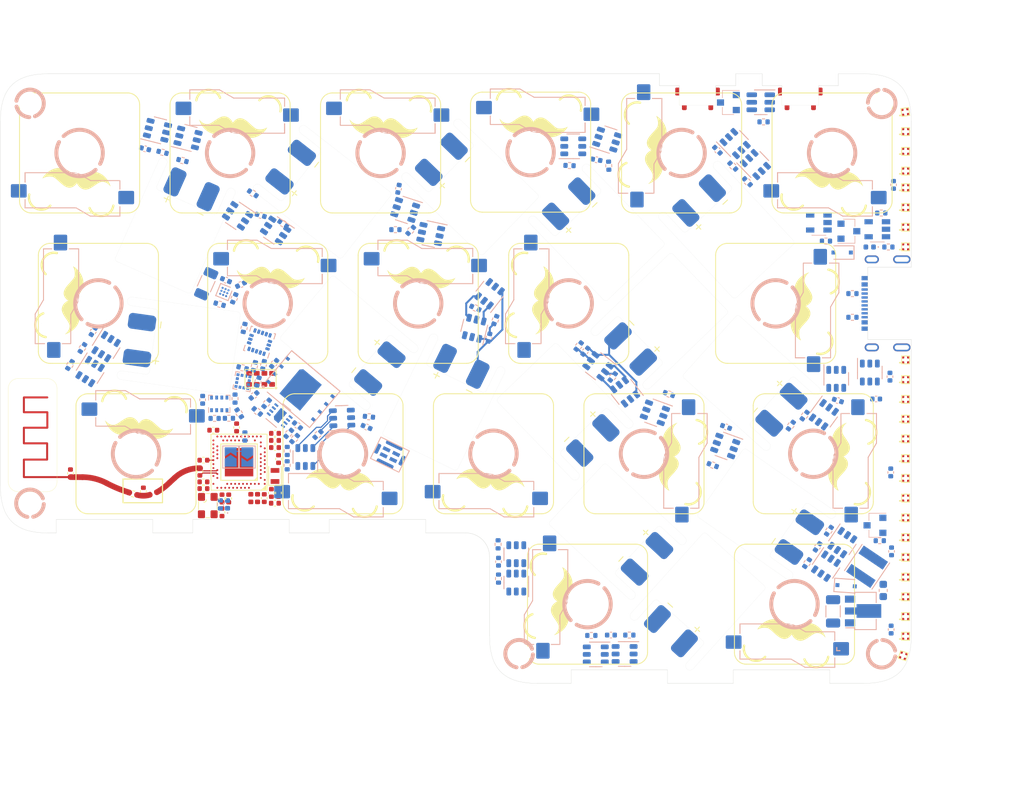
<source format=kicad_pcb>
(kicad_pcb (version 20211014) (generator pcbnew)
  (layers (0 "F.Cu" signal) (1 "In1.Cu" signal) (2 "In2.Cu" signal) (31 "B.Cu" signal) (34 "B.Paste" user) (35 "F.Paste" user) (36 "B.SilkS" user "B.Silkscreen") (37 "F.SilkS" user "F.Silkscreen") (38 "B.Mask" user) (39 "F.Mask" user) (44 "Edge.Cuts" user))
  (net 0 "")
  (net 1 "B1-")
  (net 2 "B+")
  (net 3 "B2-")
  (net 4 "B3-")
  (net 5 "B4-")
  (net 6 "B6-")
  (net 7 "B7-")
  (net 8 "B8-")
  (net 9 "B10-")
  (net 10 "B11-")
  (net 11 "B12-")
  (net 12 "GND")
  (net 14 "Net-(AE1-Pad1)")
  (net 15 "/MCU/P0.29")
  (net 16 "/MCU/P0.02")
  (net 17 "/MCU/P1.15")
  (net 18 "/MCU/P1.13")
  (net 19 "/MCU/P0.25")
  (net 20 "/MCU/P0.13")
  (net 21 "/MCU/P0.15")
  (net 22 "/MCU/P0.24")
  (net 23 "/MCU/P0.30")
  (net 24 "/MCU/P0.28")
  (net 25 "/MCU/P0.03")
  (net 26 "/MCU/P1.14")
  (net 27 "/MCU/P0.10")
  (net 28 "/MCU/P0.06")
  (net 29 "/MCU/P0.09")
  (net 30 "/MCU/P1.06")
  (net 31 "/MCU/P1.04")
  (net 32 "/MCU/P1.03")
  (net 33 "B5-")
  (net 34 "B9-")
  (net 35 "Net-(C1-Pad1)")
  (net 36 "Net-(C2-Pad1)")
  (net 37 "Net-(C3-Pad1)")
  (net 38 "Net-(C4-Pad1)")
  (net 39 "Net-(C5-Pad1)")
  (net 40 "Net-(C6-Pad1)")
  (net 41 "Net-(C7-Pad1)")
  (net 42 "Net-(C8-Pad1)")
  (net 43 "Net-(C9-Pad1)")
  (net 44 "Net-(C10-Pad1)")
  (net 45 "Net-(C11-Pad1)")
  (net 46 "Net-(C12-Pad1)")
  (net 47 "/LEDLane/Led_Vin")
  (net 48 "VBUS")
  (net 49 "B14-")
  (net 50 "B13-")
  (net 51 "SCL")
  (net 52 "Net-(C13-Pad1)")
  (net 53 "Net-(C14-Pad1)")
  (net 54 "Net-(C22-Pad1)")
  (net 55 "Net-(C23-Pad1)")
  (net 56 "Net-(C34-Pad2)")
  (net 57 "Net-(C26-Pad2)")
  (net 58 "Net-(C36-Pad2)")
  (net 59 "Net-(C27-Pad2)")
  (net 60 "/Filter&Reg/VBAT")
  (net 61 "Net-(C29-Pad1)")
  (net 62 "Net-(D1-Pad1)")
  (net 63 "Net-(D2-Pad1)")
  (net 64 "Net-(D2-Pad2)")
  (net 65 "Net-(D3-Pad2)")
  (net 66 "Net-(D4-Pad1)")
  (net 67 "CC1")
  (net 68 "Net-(J1-PadA6)")
  (net 69 "Net-(J1-PadA7)")
  (net 70 "CC2")
  (net 72 "Net-(JP1-Pad1)")
  (net 73 "Net-(JP1-Pad2)")
  (net 74 "Net-(JP2-Pad1)")
  (net 75 "Net-(L1-Pad2)")
  (net 76 "Net-(L2-Pad2)")
  (net 77 "Net-(Q2-Pad1)")
  (net 79 "GND1")
  (net 80 "Net-(Q11-Pad3)")
  (net 82 "Net-(Q11-Pad1)")
  (net 84 "Net-(Q12-Pad3)")
  (net 86 "Net-(Q12-Pad1)")
  (net 88 "Net-(Q13-Pad3)")
  (net 90 "Net-(Q13-Pad1)")
  (net 92 "Net-(Q14-Pad3)")
  (net 94 "Net-(Q14-Pad1)")
  (net 96 "Net-(Q15-Pad3)")
  (net 98 "Net-(Q15-Pad1)")
  (net 100 "Net-(Q16-Pad3)")
  (net 102 "Net-(Q16-Pad1)")
  (net 104 "Net-(Q17-Pad3)")
  (net 106 "Net-(Q17-Pad1)")
  (net 108 "Net-(Q10-Pad4)")
  (net 110 "Net-(Q10-Pad6)")
  (net 111 "Net-(Q11-Pad2)")
  (net 113 "Net-(Q12-Pad2)")
  (net 115 "Net-(Q13-Pad2)")
  (net 117 "Net-(Q14-Pad2)")
  (net 119 "Net-(Q15-Pad2)")
  (net 121 "Net-(Q16-Pad2)")
  (net 123 "Net-(Q17-Pad2)")
  (net 125 "Net-(Q18-Pad2)")
  (net 128 "Net-(Q19-Pad4)")
  (net 130 "Net-(Q19-Pad6)")
  (net 132 "Net-(Q20-Pad4)")
  (net 134 "Net-(Q20-Pad6)")
  (net 136 "Net-(Q21-Pad4)")
  (net 138 "Net-(Q21-Pad6)")
  (net 140 "Net-(Q22-Pad4)")
  (net 142 "Net-(Q22-Pad6)")
  (net 143 "Net-(Q23-Pad2)")
  (net 145 "Net-(Q24-Pad2)")
  (net 147 "Net-(Q25-Pad2)")
  (net 149 "Net-(Q26-Pad2)")
  (net 151 "/ExtVcc/GND_EN")
  (net 152 "/LEDLane/Led_Ground")
  (net 153 "/MCU/BatOffPin")
  (net 154 "SDA")
  (net 155 "/FuelGauge/BatteryPin")
  (net 156 "Net-(C35-Pad2)")
  (net 157 "Net-(C37-Pad2)")
  (net 158 "Net-(C38-Pad1)")
  (net 159 "Net-(C39-Pad2)")
  (net 160 "/Gyro/Gyro_Interupt")
  (net 161 "/BAROMETRIC/CSB")
  (net 162 "/BAROMETRIC/SDO")
  (net 163 "/LIGHT/APDS_IRQ")
  (net 166 "Net-(U2-Pad3)")
  (net 168 "Net-(U4-Pad4)")
  (net 169 "Net-(U5-Pad4)")
  (net 170 "Net-(U6-Pad4)")
  (net 171 "Net-(U7-Pad4)")
  (net 172 "Net-(U8-Pad4)")
  (net 173 "Net-(U10-Pad1)")
  (net 174 "Net-(U10-Pad4)")
  (net 175 "Net-(U11-Pad4)")
  (net 176 "Net-(U12-Pad4)")
  (net 177 "Net-(U13-Pad4)")
  (net 178 "Net-(U14-Pad4)")
  (net 179 "Net-(U15-Pad4)")
  (net 180 "Net-(U16-Pad4)")
  (net 181 "Net-(U17-Pad4)")
  (net 182 "Net-(U18-Pad4)")
  (net 183 "Net-(U19-Pad4)")
  (net 184 "Net-(U20-Pad4)")
  (net 185 "Net-(U21-Pad4)")
  (net 186 "Net-(U22-Pad4)")
  (net 187 "Net-(U23-Pad4)")
  (net 188 "Net-(U24-Pad4)")
  (net 189 "Net-(U25-Pad4)")
  (net 190 "Net-(U26-Pad4)")
  (net 191 "/LEDLane/DIN")
  (net 192 "/MCU/D+")
  (net 193 "/MCU/D-")
  (net 194 "/MCU/P0.31")
  (net 196 "/MCU/SWC")
  (net 197 "DCCH")
  (net 198 "/MCU/P0.14")
  (net 199 "/MCU/P0.16")
  (net 200 "/FLASH/QSPI_SCK")
  (net 201 "/FLASH/QSPI_DATA3")
  (net 202 "/FLASH/QSPI_DATA2")
  (net 203 "/MCU/SWD")
  (net 204 "/FLASH/QSPI_DATA0")
  (net 205 "/FLASH/QSPI_CS")
  (net 206 "/FLASH/QSPI_DATA1")
  (net 207 "/MCU/P1.12")
  (net 208 "/MCU/PDM_DAT")
  (net 209 "/MCU/PDM_CLK")
  (net 210 "PROG")
  (net 211 "/MCU/P0.07")
  (net 212 "/MCU/P0.08")
  (net 213 "/MCU/P1.07")
  (net 214 "/MCU/P0.05")
  (net 218 "Net-(U37-Pad3)")
  (net 222 "Net-(C41-Pad2)")
  (net 223 "Net-(C49-Pad1)")
  (net 225 "Net-(Q27-Pad4)")
  (net 227 "Net-(Q27-Pad6)")
  (net 229 "Net-(Q28-Pad4)")
  (net 231 "Net-(Q28-Pad6)")
  (net 232 "Net-(Q30-Pad2)")
  (net 234 "Net-(Q31-Pad2)")
  (net 236 "Net-(R43-Pad1)")
  (net 237 "Net-(R43-Pad2)")
  (net 238 "Net-(R44-Pad2)")
  (net 239 "Net-(R45-Pad1)")
  (net 240 "/BAROMETRIC/NRF_VDD")
  (footprint "Capacitor_SMD:C_0402_1005Metric" (layer "F.Cu") (at 119.7 115.95)
    (fp_text reference "C34" hide)
    (fp_text value "820pF")
  )
  (footprint "Library:BatteryV2" (layer "F.Cu") (at 177.918309 88.578937 -136)
    (fp_text reference "B6" hide)
    (fp_text value "Battery")
    (fp_line (start 10.35 13.65) (end 10.35 0.2) (layer "Edge.Cuts") (width 0.01))
    (fp_line (start 9.95 -0.2) (end 0.2 -0.2) (layer "Edge.Cuts") (width 0.01))
    (fp_line (start 9.25 10.600002) (end 9.25 13.65) (layer "Edge.Cuts") (width 0.01))
    (fp_line (start 0.9 13.65) (end 0.900002 10.6) (layer "Edge.Cuts") (width 0.01))
    (fp_line (start -0.2 0.2) (end -0.2 13.65) (layer "Edge.Cuts") (width 0.01))
    (fp_line (start 8.85 10.200002) (end 1.300002 10.2) (layer "Edge.Cuts") (width 0.01))
    (fp_arc (start 0.9 13.65) (mid 0.35 14.2) (end -0.2 13.65) (layer "Edge.Cuts") (width 0.01))
    (fp_arc (start 0.900002 10.6) (mid 1.01716 10.317158) (end 1.300002 10.2) (layer "Edge.Cuts") (width 0.01))
    (fp_arc (start 8.85 10.200002) (mid 9.132842 10.31716) (end 9.25 10.600002) (layer "Edge.Cuts") (width 0.01))
    (fp_arc (start 9.95 -0.2) (mid 10.232843 -0.082843) (end 10.35 0.2) (layer "Edge.Cuts") (width 0.01))
    (fp_arc (start -0.2 0.2) (mid -0.082842 -0.082843) (end 0.2 -0.2) (layer "Edge.Cuts") (width 0.01))
    (fp_arc (start 10.35 13.65) (mid 9.8 14.2) (end 9.25 13.65) (layer "Edge.Cuts") (width 0.01))
  )
  (footprint "Library:GateronHotswap" (layer "F.Cu") (at 194.5125 134.188524)
    (fp_text reference "REF**" hide)
    (fp_text value "GateronHotswap")
  )
  (footprint "Library:Led-ARGB" (layer "F.Cu") (at 208.584116 86.443083)
    (fp_text reference "U10" hide)
    (fp_text value "WS2812B_-_1010")
  )
  (footprint "Library:GateronHotswap" (layer "F.Cu") (at 104.025 77.038524)
    (fp_text reference "REF**" hide)
    (fp_text value "GateronHotswap")
  )
  (footprint "" (layer "F.Cu") (at 97.75 70.763524)
    (fp_text reference "")
    (fp_text value "")
  )
  (footprint "" (layer "F.Cu") (at 205.54995 70.763514 -90)
    (fp_text reference "")
    (fp_text value "")
  )
  (footprint "Library:Led-ARGB" (layer "F.Cu") (at 208.584116 79.333083)
    (fp_text reference "U7" hide)
    (fp_text value "WS2812B_-_1010")
  )
  (footprint "Inductor_SMD:L_0402_1005Metric" (layer "F.Cu") (at 113.35 120.15 20)
    (fp_text reference "L3" hide)
    (fp_text value "3.9nH")
  )
  (footprint "Library:BatteryV2" (layer "F.Cu") (at 194.340207 88.380839 -137)
    (fp_text reference "B1" hide)
    (fp_text value "Battery")
    (fp_line (start 8.85 10.200002) (end 1.300002 10.2) (layer "Edge.Cuts") (width 0.01))
    (fp_line (start 10.35 13.65) (end 10.35 0.2) (layer "Edge.Cuts") (width 0.01))
    (fp_line (start 0.9 13.65) (end 0.900002 10.6) (layer "Edge.Cuts") (width 0.01))
    (fp_line (start -0.2 0.2) (end -0.2 13.65) (layer "Edge.Cuts") (width 0.01))
    (fp_line (start 9.25 10.600002) (end 9.25 13.65) (layer "Edge.Cuts") (width 0.01))
    (fp_line (start 9.95 -0.2) (end 0.2 -0.2) (layer "Edge.Cuts") (width 0.01))
    (fp_arc (start 8.85 10.200002) (mid 9.132842 10.31716) (end 9.25 10.600002) (layer "Edge.Cuts") (width 0.01))
    (fp_arc (start 0.900002 10.6) (mid 1.01716 10.317158) (end 1.300002 10.2) (layer "Edge.Cuts") (width 0.01))
    (fp_arc (start 9.95 -0.2) (mid 10.232843 -0.082843) (end 10.35 0.2) (layer "Edge.Cuts") (width 0.01))
    (fp_arc (start 0.9 13.65) (mid 0.35 14.2) (end -0.2 13.65) (layer "Edge.Cuts") (width 0.01))
    (fp_arc (start 10.35 13.65) (mid 9.8 14.2) (end 9.25 13.65) (layer "Edge.Cuts") (width 0.01))
    (fp_arc (start -0.2 0.2) (mid -0.082842 -0.082842) (end 0.2 -0.2) (layer "Edge.Cuts") (width 0.01))
  )
  (footprint "Library:Led-ARGB" (layer "F.Cu") (at 208.584116 103.252726)
    (fp_text reference "U12" hide)
    (fp_text value "WS2812B_-_1010")
  )
  (footprint "Library:Button" (layer "F.Cu") (at 182.245953 71.013525)
    (fp_text reference "U29" hide)
    (fp_text value "Button")
    (fp_line (start -2.32 0) (end -2.32 -2.25) (layer "Edge.Cuts") (width 0.01))
    (fp_line (start 2.32 0) (end 2.32 -2.25) (layer "Edge.Cuts") (width 0.01))
    (fp_line (start 2.32 0) (end -2.32 0) (layer "Edge.Cuts") (width 0.01))
  )
  (footprint "Library:Led-ARGB" (layer "F.Cu") (at 208.584116 113.252726)
    (fp_text reference "U16" hide)
    (fp_text value "WS2812B_-_1010")
  )
  (footprint "Library:Led-ARGB" (layer "F.Cu") (at 208.584116 74.333083)
    (fp_text reference "U5" hide)
    (fp_text value "WS2812B_-_1010")
  )
  (footprint "Crystal:Crystal_SMD_2012-2Pin_2.0x1.2mm" (layer "F.Cu") (at 128.760541 117.95 90)
    (fp_text reference "X1" hide)
    (fp_text value "32.768 kHz")
  )
  (footprint "Capacitor_SMD:C_0402_1005Metric" (layer "F.Cu") (at 129.2 120.1 -90)
    (fp_text reference "C22" hide)
    (fp_text value "12pF")
  )
  (footprint "Capacitor_SMD:C_0402_1005Metric" (layer "F.Cu") (at 119.7 119.55)
    (fp_text reference "C37" hide)
    (fp_text value "12pF")
  )
  (footprint "Library:crystal 32mhz" (layer "F.Cu") (at 120.25 121.7 -90)
    (fp_text reference "X2" hide)
    (fp_text value "32MHZ")
  )
  (footprint "Library:GateronHotswap" (layer "F.Cu") (at 146.8875 96.088524 180)
    (fp_text reference "REF**" hide)
    (fp_text value "GateronHotswap")
  )
  (footprint "Library:GateronHotswap" (layer "F.Cu") (at 142.125 77.038524 180)
    (fp_text reference "REF**" hide)
    (fp_text value "GateronHotswap")
  )
  (footprint "Library:AQFN-73-1EP_7x7mm_P0.5mm_NRF52840-custom" (layer "F.Cu") (at 124.210541 116.2 180)
    (fp_text reference "U30" hide)
    (fp_text value "nRF52840_aQFN73")
  )
  (footprint "Capacitor_SMD:C_0402_1005Metric" (layer "F.Cu") (at 128.760541 114.35 180)
    (fp_text reference "C24" hide)
    (fp_text value "4.7uF")
  )
  (footprint "Library:Led-ARGB" (layer "F.Cu") (at 208.584116 123.252726)
    (fp_text reference "U20" hide)
    (fp_text value "WS2812B_-_1010")
  )
  (footprint "Library:GateronHotswap" (layer "F.Cu") (at 199.275 77.038524)
    (fp_text reference "REF**" hide)
    (fp_text value "GateronHotswap")
  )
  (footprint "Library:Led-ARGB" (layer "F.Cu") (at 208.584116 125.752726)
    (fp_text reference "U21" hide)
    (fp_text value "WS2812B_-_1010")
  )
  (footprint "Capacitor_SMD:C_0402_1005Metric" (layer "F.Cu") (at 119.25 117.4 90)
    (fp_text reference "C35" hide)
    (fp_text value "1pF")
  )
  (footprint "Capacitor_SMD:C_0402_1005Metric" (layer "F.Cu") (at 122.05 120.8 90)
    (fp_text reference "C32" hide)
    (fp_text value "100nF")
  )
  (footprint "Library:BatteryV2" (layer "F.Cu") (at 180.55 105.3 48)
    (fp_text reference "B7" hide)
    (fp_text value "Battery")
    (fp_line (start -0.2 0.2) (end -0.2 13.65) (layer "Edge.Cuts") (width 0.01))
    (fp_line (start 9.95 -0.2) (end 0.2 -0.2) (layer "Edge.Cuts") (width 0.01))
    (fp_line (start 0.9 13.65) (end 0.900002 10.6) (layer "Edge.Cuts") (width 0.01))
    (fp_line (start 8.85 10.200002) (end 1.300002 10.2) (layer "Edge.Cuts") (width 0.01))
    (fp_line (start 10.35 13.65) (end 10.35 0.2) (layer "Edge.Cuts") (width 0.01))
    (fp_line (start 9.25 10.600002) (end 9.25 13.65) (layer "Edge.Cuts") (width 0.01))
    (fp_arc (start 0.900002 10.6) (mid 1.01716 10.317158) (end 1.300002 10.2) (layer "Edge.Cuts") (width 0.01))
    (fp_arc (start 8.85 10.200002) (mid 9.132842 10.31716) (end 9.25 10.600002) (layer "Edge.Cuts") (width 0.01))
    (fp_arc (start 9.95 -0.2) (mid 10.232843 -0.082843) (end 10.35 0.2) (layer "Edge.Cuts") (width 0.01))
    (fp_arc (start 0.9 13.65) (mid 0.35 14.2) (end -0.2 13.65) (layer "Edge.Cuts") (width 0.01))
    (fp_arc (start -0.2 0.2) (mid -0.082842 -0.082842) (end 0.2 -0.2) (layer "Edge.Cuts") (width 0.01))
    (fp_arc (start 10.35 13.65) (mid 9.8 14.2) (end 9.25 13.65) (layer "Edge.Cuts") (width 0.01))
  )
  (footprint "Library:Led-ARGB" (layer "F.Cu") (at 208.584116 130.752726)
    (fp_text reference "U23" hide)
    (fp_text value "WS2812B_-_1010")
  )
  (footprint "Library:GateronHotswap" (layer "F.Cu") (at 168.31875 134.188524 -90)
    (fp_text reference "REF**" hide)
    (fp_text value "GateronHotswap")
  )
  (footprint "Library:APDS-9960" (layer "F.Cu") (at 126.935 105.65 -90)
    (fp_text reference "U37" hide)
    (fp_text value "APDS-9960")
  )
  (footprint "Library:BatteryV2" (layer "F.Cu") (at 183.131534 125.296797 -42)
    (fp_text reference "B11" hide)
    (fp_text value "Battery")
    (fp_line (start 8.85 10.200002) (end 1.300002 10.2) (layer "Edge.Cuts") (width 0.01))
    (fp_line (start 9.95 -0.2) (end 0.2 -0.2) (layer "Edge.Cuts") (width 0.01))
    (fp_line (start 9.25 10.600002) (end 9.25 13.65) (layer "Edge.Cuts") (width 0.01))
    (fp_line (start 10.35 13.65) (end 10.35 0.2) (layer "Edge.Cuts") (width 0.01))
    (fp_line (start -0.2 0.2) (end -0.2 13.65) (layer "Edge.Cuts") (width 0.01))
    (fp_line (start 0.9 13.65) (end 0.900002 10.6) (layer "Edge.Cuts") (width 0.01))
    (fp_arc (start -0.2 0.2) (mid -0.082842 -0.082842) (end 0.2 -0.2) (layer "Edge.Cuts") (width 0.01))
    (fp_arc (start 9.95 -0.2) (mid 10.232843 -0.082843) (end 10.35 0.2) (layer "Edge.Cuts") (width 0.01))
    (fp_arc (start 0.9 13.65) (mid 0.35 14.2) (end -0.2 13.65) (layer "Edge.Cuts") (width 0.01))
    (fp_arc (start 10.35 13.65) (mid 9.8 14.2) (end 9.25 13.65) (layer "Edge.Cuts") (width 0.01))
    (fp_arc (start 8.85 10.200002) (mid 9.132842 10.31716) (end 9.25 10.600002) (layer "Edge.Cuts") (width 0.01))
    (fp_arc (start 0.900002 10.6) (mid 1.01716 10.317158) (end 1.300002 10.2) (layer "Edge.Cuts") (width 0.01))
  )
  (footprint "Library:Led-ARGB" (layer "F.Cu") (at 208.584116 76.833083)
    (fp_text reference "U6" hide)
    (fp_text value "WS2812B_-_1010")
  )
  (footprint "Library:BatteryV2" (layer "F.Cu") (at 124.193029 97.388894 -98)
    (fp_text reference "B13" hide)
    (fp_text value "Battery")
    (fp_line (start 9.25 10.600002) (end 9.25 13.65) (layer "Edge.Cuts") (width 0.01))
    (fp_line (start 0.9 13.65) (end 0.900002 10.6) (layer "Edge.Cuts") (width 0.01))
    (fp_line (start 10.35 13.65) (end 10.35 0.2) (layer "Edge.Cuts") (width 0.01))
    (fp_line (start 8.85 10.200002) (end 1.300002 10.2) (layer "Edge.Cuts") (width 0.01))
    (fp_line (start 9.95 -0.2) (end 0.2 -0.2) (layer "Edge.Cuts") (width 0.01))
    (fp_line (start -0.2 0.2) (end -0.2 13.65) (layer "Edge.Cuts") (width 0.01))
    (fp_arc (start -0.2 0.2) (mid -0.082842 -0.082842) (end 0.2 -0.2) (layer "Edge.Cuts") (width 0.01))
    (fp_arc (start 0.900002 10.6) (mid 1.01716 10.317158) (end 1.300002 10.2) (layer "Edge.Cuts") (width 0.01))
    (fp_arc (start 10.35 13.65) (mid 9.799999 14.2) (end 9.25 13.65) (layer "Edge.Cuts") (width 0.01))
    (fp_arc (start 8.85 10.200002) (mid 9.132842 10.31716) (end 9.25 10.600002) (layer "Edge.Cuts") (width 0.01))
    (fp_arc (start 9.95 -0.2) (mid 10.232842 -0.082843) (end 10.35 0.2) (layer "Edge.Cuts") (width 0.01))
    (fp_arc (start 0.9 13.65) (mid 0.35 14.2) (end -0.2 13.65) (layer "Edge.Cuts") (width 0.01))
  )
  (footprint "Library:GateronHotswap" (layer "F.Cu") (at 196.893751 115.138524 90)
    (fp_text reference "REF**" hide)
    (fp_text value "GateronHotswap")
  )
  (footprint "Library:Led-ARGB" (layer "F.Cu") (at 208.584116 115.752726)
    (fp_text reference "U17" hide)
    (fp_text value "WS2812B_-_1010")
  )
  (footprint "Library:Led-ARGB" (layer "F.Cu") (at 208.280645 140.716041 -18)
    (fp_text reference "U27" hide)
    (fp_text value "WS2812B_-_1010")
  )
  (footprint "Library:GateronHotswap" (layer "F.Cu") (at 137.3625 115.138524)
    (fp_text reference "REF**" hide)
    (fp_text value "GateronHotswap")
  )
  (footprint "Library:ConicCorner" (layer "F.Cu") (at 207.299949 67.013524)
    (fp_text reference "REF**" hide)
    (fp_text value "ConicCorner" hide)
    (fp_line (start 0.685007 1.565378) (end 0.56 1.44) (layer "Edge.Cuts") (width 0.03))
    (fp_line (start -3.109557 0.029585) (end -3.326097 0.014735) (layer "Edge.Cuts") (width 0.03))
    (fp_line (start -2.476649 0.094994) (end -2.684833 0.069714) (layer "Edge.Cuts") (width 0.03))
    (fp_line (start 0.685007 1.565378) (end 0.803113 1.697657) (layer "Edge.Cuts") (width 0.03))
    (fp_line (start 1.589742 3.127744) (end 1.650704 3.30803) (layer "Edge.Cuts") (width 0.03))
    (fp_line (start -0.608282 0.620207) (end -0.77787 0.545713) (layer "Edge.Cuts") (width 0.03))
    (fp_line (start 0.434993 1.314622) (end 0.302343 1.196887) (layer "Edge.Cuts") (width 0.03))
    (fp_line (start 0.434993 1.314622) (end 0.56 1.44) (layer "Edge.Cuts") (width 0.03))
    (fp_line (start -1.127744 0.410258) (end -1.30803 0.349296) (layer "Edge.Cuts") (width 0.03))
    (fp_line (start 1.905006 4.476649) (end 1.930286 4.684833) (layer "Edge.Cuts") (width 0.03))
    (fp_line (start 1.970415 5.109557) (end 1.985265 5.326097) (layer "Edge.Cuts") (width 0.03))
    (fp_line (start 1.38 2.61) (end 1.454287 2.77787) (layer "Edge.Cuts") (width 0.03))
    (fp_curve (pts (xy 1.113416 2.13435) (xy 1.209506 2.286225) (xy 1.298275 2.444307) (xy 1.379793 2.608282)) (layer "Edge.Cuts") (width 0.03))
    (fp_curve (pts (xy -4 0) (xy -3.771346 0) (xy -3.546712 0.004911) (xy -3.326097 0.014735)) (layer "Edge.Cuts") (width 0.03))
    (fp_curve (pts (xy -0.608282 0.620207) (xy -0.444307 0.701725) (xy -0.286225 0.790494) (xy -0.13435 0.886584)) (layer "Edge.Cuts") (width 0.03))
    (fp_curve (pts (xy 1.650704 3.30803) (xy 1.705157 3.493399) (xy 1.753391 3.683603) (xy 1.795683 3.87844)) (layer "Edge.Cuts") (width 0.03))
    (fp_curve (pts (xy 1.985265 5.326097) (xy 1.995089 5.546712) (xy 2 5.771346) (xy 2 6)) (layer "Edge.Cuts") (width 0.03))
    (fp_curve (pts (xy 1.795683 3.87844) (xy 1.837975 4.073277) (xy 1.874324 4.272747) (xy 1.905006 4.476649)) (layer "Edge.Cuts") (width 0.03))
    (fp_curve (pts (xy -0.13435 0.886584) (xy 0.017526 0.982674) (xy 0.163194 1.086085) (xy 0.302343 1.196887)) (layer "Edge.Cuts") (width 0.03))
    (fp_curve (pts (xy 0.803113 1.697657) (xy 0.913915 1.836806) (xy 1.017326 1.982474) (xy 1.113416 2.13435)) (layer "Edge.Cuts") (width 0.03))
    (fp_curve (pts (xy 1.454287 2.77787) (xy 1.522015 2.952807) (xy 1.522015 2.952807) (xy 1.589742 3.127744)) (layer "Edge.Cuts") (width 0.03))
    (fp_curve (pts (xy -1.127744 0.410258) (xy -0.952807 0.477985) (xy -0.952807 0.477985) (xy -0.77787 0.545713)) (layer "Edge.Cuts") (width 0.03))
    (fp_curve (pts (xy -2.476649 0.094994) (xy -2.272747 0.125676) (xy -2.073277 0.162025) (xy -1.87844 0.204317)) (layer "Edge.Cuts") (width 0.03))
    (fp_curve (pts (xy 1.930286 4.684833) (xy 1.95035 4.897195) (xy 1.95035 4.897195) (xy 1.970415 5.109557)) (layer "Edge.Cuts") (width 0.03))
    (fp_curve (pts (xy -3.109557 0.029585) (xy -2.897195 0.04965) (xy -2.897195 0.04965) (xy -2.684833 0.069714)) (layer "Edge.Cuts") (width 0.03))
    (fp_curve (pts (xy -1.87844 0.204317) (xy -1.683603 0.246609) (xy -1.493399 0.294843) (xy -1.30803 0.349296)) (layer "Edge.Cuts") (width 0.03))
  )
  (footprint "Resistor_SMD:R_0402_1005Metric" (layer "F.Cu") (at 110.8 120.22 166)
    (fp_text reference "R39" hide)
    (fp_text value "0R")
  )
  (footprint "Library:Led-ARGB" (layer "F.Cu") (at 208.584116 105.752726)
    (fp_text reference "U13" hide)
    (fp_text value "WS2812B_-_1010")
  )
  (footprint "Library:Led-ARGB" (layer "F.Cu") (at 208.584116 83.943083)
    (fp_text reference "U9" hide)
    (fp_text value "WS2812B_-_1010")
  )
  (footprint "Library:Led-ARGB" (layer "F.Cu") (at 208.584116 128.252726)
    (fp_text reference "U22" hide)
    (fp_text value "WS2812B_-_1010")
  )
  (footprint "Library:BatteryV2" (layer "F.Cu") (at 129.575 100.525 50)
    (fp_text reference "B14" hide)
    (fp_text value "Battery")
    (fp_line (start 9.25 10.600002) (end 9.25 13.65) (layer "Edge.Cuts") (width 0.01))
    (fp_line (start 8.85 10.200002) (end 1.300002 10.2) (layer "Edge.Cuts") (width 0.01))
    (fp_line (start 0.9 13.65) (end 0.900002 10.6) (layer "Edge.Cuts") (width 0.01))
    (fp_line (start -0.2 0.2) (end -0.2 13.65) (layer "Edge.Cuts") (width 0.01))
    (fp_line (start 9.95 -0.2) (end 0.2 -0.2) (layer "Edge.Cuts") (width 0.01))
    (fp_line (start 10.35 13.65) (end 10.35 0.2) (layer "Edge.Cuts") (width 0.01))
    (fp_arc (start 10.35 13.65) (mid 9.8 14.2) (end 9.25 13.65) (layer "Edge.Cuts") (width 0.01))
    (fp_arc (start 0.9 13.65) (mid 0.35 14.2) (end -0.2 13.65) (layer "Edge.Cuts") (width 0.01))
    (fp_arc (start -0.2 0.2) (mid -0.082842 -0.082842) (end 0.2 -0.2) (layer "Edge.Cuts") (width 0.01))
    (fp_arc (start 8.85 10.200002) (mid 9.132843 10.31716) (end 9.25 10.600002) (layer "Edge.Cuts") (width 0.01))
    (fp_arc (start 0.900002 10.6) (mid 1.01716 10.317158) (end 1.300002 10.2) (layer "Edge.Cuts") (width 0.01))
    (fp_arc (start 9.95 -0.2) (mid 10.232842 -0.082842) (end 10.35 0.2) (layer "Edge.Cuts") (width 0.01))
  )
  (footprint "Capacitor_SMD:C_0402_1005Metric" (layer "F.Cu") (at 127.4 120.75 90)
    (fp_text reference "C28" hide)
    (fp_text value "1uF")
  )
  (footprint "" (layer "F.Cu") (at 205.549957 140.463525 180)
    (fp_text reference "")
    (fp_text value "")
  )
  (footprint "Library:BatteryV2" (layer "F.Cu") (at 178.878938 89.881692 -46)
    (fp_text reference "B5" hide)
    (fp_text value "Battery")
    (fp_line (start 9.95 -0.2) (end 0.2 -0.2) (layer "Edge.Cuts") (width 0.01))
    (fp_line (start 9.25 10.600002) (end 9.25 13.65) (layer "Edge.Cuts") (width 0.01))
    (fp_line (start -0.2 0.2) (end -0.2 13.65) (layer "Edge.Cuts") (width 0.01))
    (fp_line (start 10.35 13.65) (end 10.35 0.2) (layer "Edge.Cuts") (width 0.01))
    (fp_line (start 0.9 13.65) (end 0.900002 10.6) (layer "Edge.Cuts") (width 0.01))
    (fp_line (start 8.85 10.200002) (end 1.300002 10.2) (layer "Edge.Cuts") (width 0.01))
    (fp_arc (start 9.95 -0.2) (mid 10.232842 -0.082842) (end 10.35 0.2) (layer "Edge.Cuts") (width 0.01))
    (fp_arc (start 0.9 13.65) (mid 0.35 14.2) (end -0.2 13.65) (layer "Edge.Cuts") (width 0.01))
    (fp_arc (start 0.900002 10.6) (mid 1.01716 10.317158) (end 1.300002 10.2) (layer "Edge.Cuts") (width 0.01))
    (fp_arc (start -0.2 0.2) (mid -0.082842 -0.082843) (end 0.2 -0.2) (layer "Edge.Cuts") (width 0.01))
    (fp_arc (start 8.85 10.200002) (mid 9.132842 10.31716) (end 9.25 10.600002) (layer "Edge.Cuts") (width 0.01))
    (fp_arc (start 10.35 13.65) (mid 9.8 14.2) (end 9.25 13.65) (layer "Edge.Cuts") (width 0.01))
  )
  (footprint "Inductor_SMD:L_0402_1005Metric" (layer "F.Cu") (at 125.7 120.75 -90)
    (fp_text reference "L1" hide)
    (fp_text value "15nH")
  )
  (footprint "Library:Led-ARGB" (layer "F.Cu") (at 208.584116 133.252726)
    (fp_text reference "U24" hide)
    (fp_text value "WS2812B_-_1010")
  )
  (footprint "Library:BatteryV2" (layer "F.Cu") (at 117.952058 94.664884 156)
    (fp_text reference "B2" hide)
    (fp_text value "Battery")
    (fp_line (start -0.2 0.2) (end -0.2 13.65) (layer "Edge.Cuts") (width 0.01))
    (fp_line (start 9.25 10.600002) (end 9.25 13.65) (layer "Edge.Cuts") (width 0.01))
    (fp_line (start 8.85 10.200002) (end 1.300002 10.2) (layer "Edge.Cuts") (width 0.01))
    (fp_line (start 0.9 13.65) (end 0.900002 10.6) (layer "Edge.Cuts") (width 0.01))
    (fp_line (start 9.95 -0.2) (end 0.2 -0.2) (layer "Edge.Cuts") (width 0.01))
    (fp_line (start 10.35 13.65) (end 10.35 0.2) (layer "Edge.Cuts") (width 0.01))
    (fp_arc (start 10.35 13.65) (mid 9.8 14.2) (end 9.25 13.65) (layer "Edge.Cuts") (width 0.01))
    (fp_arc (start 0.9 13.65) (mid 0.35 14.2) (end -0.2 13.65) (layer "Edge.Cuts") (width 0.01))
    (fp_arc (start 8.85 10.200002) (mid 9.132843 10.31716) (end 9.25 10.600002) (layer "Edge.Cuts") (width 0.01))
    (fp_arc (start 9.95 -0.2) (mid 10.232843 -0.082843) (end 10.35 0.2) (layer "Edge.Cuts") (width 0.01))
    (fp_arc (start 0.900002 10.6) (mid 1.01716 10.317158) (end 1.300002 10.2) (layer "Edge.Cuts") (width 0.01))
    (fp_arc (start -0.2 0.2) (mid -0.082842 -0.082842) (end 0.2 -0.2) (layer "Edge.Cuts") (width 0.01))
  )
  (footprint "Library:BatteryV2" (layer "F.Cu") (at 151.656124 117.070582 154)
    (fp_text reference "B9" hide)
    (fp_text value "Battery")
    (fp_line (start -0.2 0.2) (end -0.2 13.65) (layer "Edge.Cuts") (width 0.01))
    (fp_line (start 9.95 -0.2) (end 0.2 -0.2) (layer "Edge.Cuts") (width 0.01))
    (fp_line (start 0.9 13.65) (end 0.900002 10.6) (layer "Edge.Cuts") (width 0.01))
    (fp_line (start 8.85 10.200002) (end 1.300002 10.2) (layer "Edge.Cuts") (width 0.01))
    (fp_line (start 10.35 13.65) (end 10.35 0.2) (layer "Edge.Cuts") (width 0.01))
    (fp_line (start 9.25 10.600002) (end 9.25 13.65) (layer "Edge.Cuts") (width 0.01))
    (fp_arc (start -0.2 0.2) (mid -0.082842 -0.082842) (end 0.2 -0.2) (layer "Edge.Cuts") (width 0.01))
    (fp_arc (start 0.900002 10.6) (mid 1.01716 10.317158) (end 1.300002 10.2) (layer "Edge.Cuts") (width 0.01))
    (fp_arc (start 8.85 10.200002) (mid 9.132842 10.31716) (end 9.25 10.600002) (layer "Edge.Cuts") (width 0.01))
    (fp_arc (start 9.95 -0.2) (mid 10.232842 -0.082842) (end 10.35 0.2) (layer "Edge.Cuts") (width 0.01))
    (fp_arc (start 0.9 13.65) (mid 0.35 14.2) (end -0.2 13.65) (layer "Edge.Cuts") (width 0.01))
    (fp_arc (start 10.35 13.65) (mid 9.8 14.2) (end 9.25 13.65) (layer "Edge.Cuts") (width 0.01))
  )
  (footprint "Library:GateronHotswap" (layer "F.Cu") (at 175.462499 115.138524 90)
    (fp_text reference "REF**" hide)
    (fp_text value "GateronHotswap")
  )
  (footprint "Library:ConicCorner" (layer "F.Cu") (at 157.9125 144.213524 180)
    (fp_text reference "REF**" hide)
    (fp_text value "ConicCorner" hide)
    (fp_line (start -2.476649 0.094994) (end -2.684833 0.069714) (layer "Edge.Cuts") (width 0.03))
    (fp_line (start 1.38 2.61) (end 1.454287 2.77787) (layer "Edge.Cuts") (width 0.03))
    (fp_line (start 0.434993 1.314622) (end 0.302343 1.196887) (layer "Edge.Cuts") (width 0.03))
    (fp_line (start 0.685007 1.565378) (end 0.56 1.44) (layer "Edge.Cuts") (width 0.03))
    (fp_line (start 1.905006 4.476649) (end 1.930286 4.684833) (layer "Edge.Cuts") (width 0.03))
    (fp_line (start -1.127744 0.410258) (end -1.30803 0.349296) (layer "Edge.Cuts") (width 0.03))
    (fp_line (start 0.685007 1.565378) (end 0.803113 1.697657) (layer "Edge.Cuts") (width 0.03))
    (fp_line (start 1.589742 3.127744) (end 1.650704 3.30803) (layer "Edge.Cuts") (width 0.03))
    (fp_line (start -3.109557 0.029585) (end -3.326097 0.014735) (layer "Edge.Cuts") (width 0.03))
    (fp_line (start -0.608282 0.620207) (end -0.77787 0.545713) (layer "Edge.Cuts") (width 0.03))
    (fp_line (start 0.434993 1.314622) (end 0.56 1.44) (layer "Edge.Cuts") (width 0.03))
    (fp_line (start 1.970415 5.109557) (end 1.985265 5.326097) (layer "Edge.Cuts") (width 0.03))
    (fp_curve (pts (xy 1.795683 3.87844) (xy 1.837975 4.073277) (xy 1.874324 4.272747) (xy 1.905006 4.476649)) (layer "Edge.Cuts") (width 0.03))
    (fp_curve (pts (xy -0.13435 0.886584) (xy 0.017526 0.982674) (xy 0.163194 1.086085) (xy 0.302343 1.196887)) (layer "Edge.Cuts") (width 0.03))
    (fp_curve (pts (xy -1.87844 0.204317) (xy -1.683603 0.246609) (xy -1.493399 0.294843) (xy -1.30803 0.349296)) (layer "Edge.Cuts") (width 0.03))
    (fp_curve (pts (xy 1.930286 4.684833) (xy 1.95035 4.897195) (xy 1.95035 4.897195) (xy 1.970415 5.109557)) (layer "Edge.Cuts") (width 0.03))
    (fp_curve (pts (xy -4 0) (xy -3.771346 0) (xy -3.546712 0.004911) (xy -3.326097 0.014735)) (layer "Edge.Cuts") (width 0.03))
    (fp_curve (pts (xy -3.109557 0.029585) (xy -2.897195 0.04965) (xy -2.897195 0.04965) (xy -2.684833 0.069714)) (layer "Edge.Cuts") (width 0.03))
    (fp_curve (pts (xy -1.127744 0.410258) (xy -0.952807 0.477985) (xy -0.952807 0.477985) (xy -0.77787 0.545713)) (layer "Edge.Cuts") (width 0.03))
    (fp_curve (pts (xy 1.113416 2.13435) (xy 1.209506 2.286225) (xy 1.298275 2.444307) (xy 1.379793 2.608282)) (layer "Edge.Cuts") (width 0.03))
    (fp_curve (pts (xy 1.650704 3.30803) (xy 1.705157 3.493399) (xy 1.753391 3.683603) (xy 1.795683 3.87844)) (layer "Edge.Cuts") (width 0.03))
    (fp_curve (pts (xy 0.803113 1.697657) (xy 0.913915 1.836806) (xy 1.017326 1.982474) (xy 1.113416 2.13435)) (layer "Edge.Cuts") (width 0.03))
    (fp_curve (pts (xy 1.454287 2.77787) (xy 1.522015 2.952807) (xy 1.522015 2.952807) (xy 1.589742 3.127744)) (layer "Edge.Cuts") (width 0.03))
    (fp_curve (pts (xy -2.476649 0.094994) (xy -2.272747 0.125676) (xy -2.073277 0.162025) (xy -1.87844 0.204317)) (layer "Edge.Cuts") (width 0.03))
    (fp_curve (pts (xy 1.985265 5.326097) (xy 1.995089 5.546712) (xy 2 5.771346) (xy 2 6)) (layer "Edge.Cuts") (width 0.03))
    (fp_curve (pts (xy -0.608282 0.620207) (xy -0.444307 0.701725) (xy -0.286225 0.790494) (xy -0.13435 0.886584)) (layer "Edge.Cuts") (width 0.03))
  )
  (footprint "Capacitor_SMD:C_0402_1005Metric" (layer "F.Cu") (at 119.7 118.7 180)
    (fp_text reference "C38" hide)
    (fp_text value "100pF")
  )
  (footprint "Library:GateronHotswap" (layer "F.Cu") (at 123.075 77.038524 180)
    (fp_text reference "REF**" hide)
    (fp_text value "GateronHotswap")
  )
  (footprint "Capacitor_SMD:C_0402_1005Metric" (layer "F.Cu") (at 120.95 112.15)
    (fp_text reference "C33" hide)
    (fp_text value "100nF")
  )
  (footprint "Library:Led-ARGB" (layer "F.Cu") (at 208.584116 108.252726)
    (fp_text reference "U14" hide)
    (fp_text value "WS2812B_-_1010")
  )
  (footprint "Library:GateronHotswap" (layer "F.Cu") (at 165.9375 96.088524 -90)
    (fp_text reference "REF**" hide)
    (fp_text value "GateronHotswap")
  )
  (footprint "Library:BatteryV2" (layer "F.Cu") (at 182.396263 122.971617 55)
    (fp_text reference "B10" hide)
    (fp_text value "Battery")
    (fp_line (start 10.35 13.65) (end 10.35 0.2) (layer "Edge.Cuts") (width 0.01))
    (fp_line (start 9.25 10.600002) (end 9.25 13.65) (layer "Edge.Cuts") (width 0.01))
    (fp_line (start 0.9 13.65) (end 0.900002 10.6) (layer "Edge.Cuts") (width 0.01))
    (fp_line (start -0.2 0.2) (end -0.2 13.65) (layer "Edge.Cuts") (width 0.01))
    (fp_line (start 9.95 -0.2) (end 0.2 -0.2) (layer "Edge.Cuts") (width 0.01))
    (fp_line (start 8.85 10.200002) (end 1.300002 10.2) (layer "Edge.Cuts") (width 0.01))
    (fp_arc (start 8.85 10.200002) (mid 9.132842 10.31716) (end 9.25 10.600002) (layer "Edge.Cuts") (width 0.01))
    (fp_arc (start -0.2 0.2) (mid -0.082842 -0.082842) (end 0.2 -0.2) (layer "Edge.Cuts") (width 0.01))
    (fp_arc (start 9.95 -0.2) (mid 10.232843 -0.082842) (end 10.35 0.2) (layer "Edge.Cuts") (width 0.01))
    (fp_arc (start 0.9 13.65) (mid 0.35 14.2) (end -0.2 13.65) (layer "Edge.Cuts") (width 0.01))
    (fp_arc (start 0.900002 10.6) (mid 1.01716 10.317158) (end 1.300002 10.2) (layer "Edge.Cuts") (width 0.01))
    (fp_arc (start 10.35 13.65) (mid 9.800001 14.2) (end 9.25 13.65) (layer "Edge.Cuts") (width 0.01))
  )
  (footprint "Capacitor_SMD:C_0402_1005Metric" (layer "F.Cu") (at 129.210541 115.8 90)
    (fp_text reference "C23" hide)
    (fp_text value "12pF")
  )
  (footprint "Library:Led-ARGB" (layer "F.Cu") (at 208.584116 88.93352)
    (fp_text reference "U11" hide)
    (fp_text value "WS2812B_-_1010")
  )
  (footprint "Library:Led-ARGB" (layer "F.Cu") (at 208.584116 110.752726)
    (fp_text reference "U15" hide)
    (fp_text value "WS2812B_-_1010")
  )
  (footprint "Library:Led-ARGB" (layer "F.Cu") (at 208.584116 81.43352)
    (fp_text reference "U8" hide)
    (fp_text value "WS2812B_-_1010")
  )
  (footprint "Capacitor_SMD:C_0402_1005Metric" (layer "F.Cu") (at 123.9 111.8 -90)
    (fp_text reference "C31" hide)
    (fp_text value "100nF")
  )
  (footprint "Library:Led-ARGB" (layer "F.Cu") (at 208.535703 71.84714 8)
    (fp_text reference "U4" hide)
    (fp_text value "WS2812B_-_1010")
  )
  (footprint "Capacitor_SMD:C_0402_1005Metric" (layer "F.Cu") (at 128.75 121.4)
    (fp_text reference "C29" hide)
    (fp_text value "1uF")
  )
  (footprint "Capacitor_SMD:C_0402_1005Metric" (layer "F.Cu") (at 122.05 122.55 -90)
    (fp_text reference "C36" hide)
    (fp_text value "12pF")
  )
  (footprint "Capacitor_SMD:C_0402_1005Metric" (layer "F.Cu") (at 128.760541 112.55 180)
    (fp_text reference "C27" hide)
    (fp_text value "4.7uF")
  )
  (footprint "" (layer "F.Cu") (at 97.75 121.413526 90)
    (fp_text reference "")
    (fp_text value "")
  )
  (footprint "Library:2.4GHz-meander-antenna-v2" (layer "F.Cu") (at 102.7 118.093 -90)
    (fp_text reference "AE1" hide)
    (fp_text value "Antenna" hide)
  )
  (footprint "Inductor_SMD:L_0402_1005Metric" (layer "F.Cu") (at 126.55 120.75 90)
    (fp_text reference "L2" hide)
    (fp_text value "10uH")
  )
  (footprint "Library:GateronHotswap" (layer "F.Cu") (at 127.8375 96.088524 180)
    (fp_text reference "REF**" hide)
    (fp_text value "GateronHotswap")
  )
  (footprint "Library:Led-ARGB" (layer "F.Cu") (at 208.584116 118.252726)
    (fp_text reference "U18" hide)
    (fp_text value "WS2812B_-_1010")
  )
  (footprint "Library:ConicCorner" (layer "F.Cu") (at 96 125.163524 180)
    (fp_text reference "REF**" hide)
    (fp_text value "ConicCorner" hide)
    (fp_line (start -3.109557 0.029585) (end -3.326097 0.014735) (layer "Edge.Cuts") (width 0.03))
    (fp_line (start -2.476649 0.094994) (end -2.684833 0.069714) (layer "Edge.Cuts") (width 0.03))
    (fp_line (start -1.127744 0.410258) (end -1.30803 0.349296) (layer "Edge.Cuts") (width 0.03))
    (fp_line (start 1.589742 3.127744) (end 1.650704 3.30803) (layer "Edge.Cuts") (width 0.03))
    (fp_line (start 1.905006 4.476649) (end 1.930286 4.684833) (layer "Edge.Cuts") (width 0.03))
    (fp_line (start 1.970415 5.109557) (end 1.985265 5.326097) (layer "Edge.Cuts") (width 0.03))
    (fp_line (start 0.685007 1.565378) (end 0.803113 1.697657) (layer "Edge.Cuts") (width 0.03))
    (fp_line (start 0.434993 1.314622) (end 0.302343 1.196887) (layer "Edge.Cuts") (width 0.03))
    (fp_line (start 0.434993 1.314622) (end 0.56 1.44) (layer "Edge.Cuts") (width 0.03))
    (fp_line (start 0.685007 1.565378) (end 0.56 1.44) (layer "Edge.Cuts") (width 0.03))
    (fp_line (start -0.608282 0.620207) (end -0.77787 0.545713) (layer "Edge.Cuts") (width 0.03))
    (fp_line (start 1.38 2.61) (end 1.454287 2.77787) (layer "Edge.Cuts") (width 0.03))
    (fp_curve (pts (xy -1.127744 0.410258) (xy -0.952807 0.477985) (xy -0.952807 0.477985) (xy -0.77787 0.545713)) (layer "Edge.Cuts") (width 0.03))
    (fp_curve (pts (xy -3.109557 0.029585) (xy -2.897195 0.04965) (xy -2.897195 0.04965) (xy -2.684833 0.069714)) (layer "Edge.Cuts") (width 0.03))
    (fp_curve (pts (xy 1.113416 2.13435) (xy 1.209506 2.286225) (xy 1.298275 2.444307) (xy 1.379793 2.608282)) (layer "Edge.Cuts") (width 0.03))
    (fp_curve (pts (xy 1.795683 3.87844) (xy 1.837975 4.073277) (xy 1.874324 4.272747) (xy 1.905006 4.476649)) (layer "Edge.Cuts") (width 0.03))
    (fp_curve (pts (xy -0.608282 0.620207) (xy -0.444307 0.701725) (xy -0.286225 0.790494) (xy -0.13435 0.886584)) (layer "Edge.Cuts") (width 0.03))
    (fp_curve (pts (xy 1.650704 3.30803) (xy 1.705157 3.493399) (xy 1.753391 3.683603) (xy 1.795683 3.87844)) (layer "Edge.Cuts") (width 0.03))
    (fp_curve (pts (xy -0.13435 0.886584) (xy 0.017526 0.982674) (xy 0.163194 1.086085) (xy 0.302343 1.196887)) (layer "Edge.Cuts") (width 0.03))
    (fp_curve (pts (xy 1.454287 2.77787) (xy 1.522015 2.952807) (xy 1.522015 2.952807) (xy 1.589742 3.127744)) (layer "Edge.Cuts") (width 0.03))
    (fp_curve (pts (xy -4 0) (xy -3.771346 0) (xy -3.546712 0.004911) (xy -3.326097 0.014735)) (layer "Edge.Cuts") (width 0.03))
    (fp_curve (pts (xy 0.803113 1.697657) (xy 0.913915 1.836806) (xy 1.017326 1.982474) (xy 1.113416 2.13435)) (layer "Edge.Cuts") (width 0.03))
    (fp_curve (pts (xy -2.476649 0.094994) (xy -2.272747 0.125676) (xy -2.073277 0.162025) (xy -1.87844 0.204317)) (layer "Edge.Cuts") (width 0.03))
    (fp_curve (pts (xy 1.985265 5.326097) (xy 1.995089 5.546712) (xy 2 5.771346) (xy 2 6)) (layer "Edge.Cuts") (width 0.03))
    (fp_curve (pts (xy -1.87844 0.204317) (xy -1.683603 0.246609) (xy -1.493399 0.294843) (xy -1.30803 0.349296)) (layer "Edge.Cuts") (width 0.03))
    (fp_curve (pts (xy 1.930286 4.684833) (xy 1.95035 4.897195) (xy 1.95035 4.897195) (xy 1.970415 5.109557)) (layer "Edge.Cuts") (width 0.03))
  )
  (footprint "Library:BatteryV2" (layer "F.Cu") (at 143.325 82.225 -128)
    (fp_text reference "B12" hide)
    (fp_text value "Battery")
    (fp_line (start 0.9 13.65) (end 0.900002 10.6) (layer "Edge.Cuts") (width 0.01))
    (fp_line (start 10.35 13.65) (end 10.35 0.2) (layer "Edge.Cuts") (width 0.01))
    (fp_line (start 8.85 10.200002) (end 1.300002 10.2) (layer "Edge.Cuts") (width 0.01))
    (fp_line (start 9.95 -0.2) (end 0.2 -0.2) (layer "Edge.Cuts") (width 0.01))
    (fp_line (start 9.25 10.600002) (end 9.25 13.65) (layer "Edge.Cuts") (width 0.01))
    (fp_line (start -0.2 0.2) (end -0.2 13.65) (layer "Edge.Cuts") (width 0.01))
    (fp_arc (start 0.900002 10.6) (mid 1.01716 10.317158) (end 1.300002 10.2) (layer "Edge.Cuts") (width 0.01))
    (fp_arc (start 10.35 13.65) (mid 9.8 14.2) (end 9.25 13.65) (layer "Edge.Cuts") (width 0.01))
    (fp_arc (start -0.2 0.2) (mid -0.082842 -0.082842) (end 0.2 -0.2) (layer "Edge.Cuts") (width 0.01))
    (fp_arc (start 0.9 13.65) (mid 0.35 14.2) (end -0.2 13.65) (layer "Edge.Cuts") (width 0.01))
    (fp_arc (start 9.95 -0.2) (mid 10.232843 -0.082843) (end 10.35 0.2) (layer "Edge.Cuts") (width 0.01))
    (fp_arc (start 8.85 10.200002) (mid 9.132842 10.31716) (end 9.25 10.600002) (layer "Edge.Cuts") (width 0.01))
  )
  (footprint "Library:Led-ARGB" (layer "F.Cu") (at 208.584116 135.752726)
    (fp_text reference "U25" hide)
    (fp_text value "WS2812B_-_1010")
  )
  (footprint "Library:BatteryV2" (layer "F.Cu") (at 163.612634 123.971715 47)
    (fp_text reference "B4" hide)
    (fp_text value "Battery")
    (fp_line (start 10.35 13.65) (end 10.35 0.2) (layer "Edge.Cuts") (width 0.01))
    (fp_line (start 0.9 13.65) (end 0.900002 10.6) (layer "Edge.Cuts") (width 0.01))
    (fp_line (start 9.25 10.600002) (end 9.25 13.65) (layer "Edge.Cuts") (width 0.01))
    (fp_line (start -0.2 0.2) (end -0.2 13.65) (layer "Edge.Cuts") (width 0.01))
    (fp_line (start 9.95 -0.2) (end 0.2 -0.2) (layer "Edge.Cuts") (width 0.01))
    (fp_line (start 8.85 10.200002) (end 1.300002 10.2) (layer "Edge.Cuts") (width 0.01))
    (fp_arc (start -0.2 0.2) (mid -0.082842 -0.082842) (end 0.2 -0.2) (layer "Edge.Cuts") (width 0.01))
    (fp_arc (start 8.85 10.200002) (mid 9.132842 10.31716) (end 9.25 10.600002) (layer "Edge.Cuts") (width 0.01))
    (fp_arc (start 9.95 -0.2) (mid 10.232842 -0.082842) (end 10.35 0.2) (layer "Edge.Cuts") (width 0.01))
    (fp_arc (start 0.900002 10.6) (mid 1.01716 10.317158) (end 1.300002 10.2) (layer "Edge.Cuts") (width 0.01))
    (fp_arc (start 0.9 13.65) (mid 0.35 14.2) (end -0.2 13.65) (layer "Edge.Cuts") (width 0.01))
    (fp_arc (start 10.35 13.65) (mid 9.8 14.2) (end 9.25 13.65) (layer "Edge.Cuts") (width 0.01))
  )
  (footprint "Library:Led-ARGB" (layer "F.Cu") (at 208.584116 138.252726)
    (fp_text reference "U26" hide)
    (fp_text value "WS2812B_-_1010")
  )
  (footprint "Capacitor_SMD:C_0402_1005Metric" (layer "F.Cu") (at 128.3 120.1 90)
    (fp_text reference "C26" hide)
    (fp_text value "100nF")
  )
  (footprint "Library:GateronHotswap" (layer "F.Cu") (at 111.16875 115.138524 180)
    (fp_text reference "REF**" hide)
    (fp_text value "GateronHotswap")
  )
  (footprint "Library:GateronHotswap" (layer "F.Cu") (at 180.225 77.038524 -90)
    (fp_text reference "REF**" hide)
    (fp_text value "GateronHotswap")
  )
  (footprint "Library:Button" (layer "F.Cu") (at 195.245952 71.013522)
    (fp_text reference "U2" hide)
    (fp_text value "Button")
    (fp_line (start 2.32 0) (end -2.32 0) (layer "Edge.Cuts") (width 0.01))
    (fp_line (start 2.32 0) (end 2.32 -2.25) (layer "Edge.Cuts") (width 0.01))
    (fp_line (start -2.32 0) (end -2.32 -2.25) (layer "Edge.Cuts") (width 0.01))
  )
  (footprint "Library:GateronHotswap" (layer "F.Cu") (at 161.111744 76.937516 180)
    (fp_text reference "REF**" hide)
    (fp_text value "GateronHotswap")
  )
  (footprint "Capacitor_SMD:C_0402_1005Metric" (layer "F.Cu") (at 112.1 119.92 -90)
    (fp_text reference "C39" hide)
    (fp_text value "1pF")
  )
  (footprint "Capacitor_SMD:C_0402_1005Metric" (layer "F.Cu") (at 102.870003 117.612999 90)
    (fp_text reference "C40" hide)
    (fp_text value "1.5pF")
  )
  (footprint "Library:BatteryV2" (layer "F.Cu") (at 157 108.35 44)
    (fp_text reference "B8" hide)
    (fp_text value "Battery")
    (fp_line (start 10.35 13.65) (end 10.35 0.2) (layer "Edge.Cuts") (width 0.01))
    (fp_line (start 8.85 10.200002) (end 1.300002 10.2) (layer "Edge.Cuts") (width 0.01))
    (fp_line (start 0.9 13.65) (end 0.900002 10.6) (layer "Edge.Cuts") (width 0.01))
    (fp_line (start 9.95 -0.2) (end 0.2 -0.2) (layer "Edge.Cuts") (width 0.01))
    (fp_line (start -0.2 0.2) (end -0.2 13.65) (layer "Edge.Cuts") (width 0.01))
    (fp_line (start 9.25 10.600002) (end 9.25 13.65) (layer "Edge.Cuts") (width 0.01))
    (fp_arc (start 8.85 10.200002) (mid 9.132842 10.31716) (end 9.25 10.600002) (layer "Edge.Cuts") (width 0.01))
    (fp_arc (start 0.9 13.65) (mid 0.35 14.2) (end -0.2 13.65) (layer "Edge.Cuts") (width 0.01))
    (fp_arc (start -0.2 0.2) (mid -0.082842 -0.082843) (end 0.2 -0.2) (layer "Edge.Cuts") (width 0.01))
    (fp_arc (start 9.95 -0.2) (mid 10.232843 -0.082843) (end 10.35 0.2) (layer "Edge.Cuts") (width 0.01))
    (fp_arc (start 0.900002 10.6) (mid 1.01716 10.317158) (end 1.300002 10.2) (layer "Edge.Cuts") (width 0.01))
    (fp_arc (start 10.35 13.65) (mid 9.8 14.2) (end 9.25 13.65) (layer "Edge.Cuts") (width 0.01))
  )
  (footprint "" (layer "F.Cu") (at 159.6625 140.463526 90)
    (fp_text reference "")
    (fp_text value "")
  )
  (footprint "Capacitor_SMD:C_0402_1005Metric" (layer "F.Cu") (at 122.9 120.8 -90)
    (fp_text reference "C30" hide)
    (fp_text value "47nF")
  )
  (footprint "Library:GateronHotswap" (layer "F.Cu") (at 192.13125 96.088523 90)
    (fp_text reference "REF**" hide)
    (fp_text value "GateronHotswap")
  )
  (footprint "Library:BatteryV2" (layer "F.Cu") (at 161.975 82.525 -134)
    (fp_text reference "B3" hide)
    (fp_text value "Battery")
    (fp_line (start -0.2 0.2) (end -0.2 13.65) (layer "Edge.Cuts") (width 0.01))
    (fp_line (start 0.9 13.65) (end 0.900002 10.6) (layer "Edge.Cuts") (width 0.01))
    (fp_line (start 9.25 10.600002) (end 9.25 13.65) (layer "Edge.Cuts") (width 0.01))
    (fp_line (start 10.35 13.65) (end 10.35 0.2) (layer "Edge.Cuts") (width 0.01))
    (fp_line (start 8.85 10.200002) (end 1.300002 10.2) (layer "Edge.Cuts") (width 0.01))
    (fp_line (start 9.95 -0.2) (end 0.2 -0.2) (layer "Edge.Cuts") (width 0.01))
    (fp_arc (start 9.95 -0.2) (mid 10.232843 -0.082843) (end 10.35 0.2) (layer "Edge.Cuts") (width 0.01))
    (fp_arc (start 10.35 13.65) (mid 9.8 14.2) (end 9.25 13.65) (layer "Edge.Cuts") (width 0.01))
    (fp_arc (start 0.900002 10.6) (mid 1.01716 10.317158) (end 1.300002 10.2) (layer "Edge.Cuts") (width 0.01))
    (fp_arc (start 8.85 10.200002) (mid 9.132842 10.31716) (end 9.25 10.600002) (layer "Edge.Cuts") (width 0.01))
    (fp_arc (start -0.2 0.2) (mid -0.082842 -0.082843) (end 0.2 -0.2) (layer "Edge.Cuts") (width 0.01))
    (fp_arc (start 0.9 13.65) (mid 0.35 14.2) (end -0.2 13.65) (layer "Edge.Cuts") (width 0.01))
  )
  (footprint "Library:Led-ARGB" (layer "F.Cu") (at 208.584116 120.752726)
    (fp_text reference "U19" hide)
    (fp_text value "WS2812B_-_1010")
  )
  (footprint "Library:GateronHotswap" (layer "F.Cu") (at 156.4125 115.138524)
    (fp_text reference "REF**" hide)
    (fp_text value "GateronHotswap")
  )
  (footprint "Library:GateronHotswap" (layer "F.Cu") (at 106.40625 96.088524 -90)
    (fp_text reference "REF**" hide)
    (fp_text value "GateronHotswap")
  )
  (footprint "Capacitor_SMD:C_0402_1005Metric" (layer "F.Cu") (at 128.760541 113.45 180)
    (fp_text reference "C25" hide)
    (fp_text value "4.7uF")
  )
  (footprint "Resistor_SMD:R_0402_1005Metric" (layer "B.Cu") (at 114.526969 76.958695 -14)
    (fp_text reference "R12" hide)
    (fp_text value "100")
  )
  (footprint "Diode_SMD:D_SOD-323F" (layer "B.Cu") (at 200.55 89.65 180)
    (fp_text reference "D1" hide)
    (fp_text value "1N5819")
  )
  (footprint "Library:SOT-23-6-Small" (layer "B.Cu") (at 159.300001 127.86 90)
    (fp_text reference "Q14" hide)
    (fp_text value "DW01")
  )
  (footprint "Capacitor_SMD:C_0402_1005Metric" (layer "B.Cu") (at 127.3 103.9 -102)
    (fp_text reference "C48" hide)
    (fp_text value "0.1uF")
  )
  (footprint "Package_TO_SOT_SMD:SOT-23" (layer "B.Cu") (at 186.15 70.65 180)
    (fp_text reference "Q2" hide)
    (fp_text value "AO3407")
  )
  (footprint "Library:SOT-23-6-Small" (layer "B.Cu") (at 105.352859 104.718079 -122)
    (fp_text reference "Q30" hide)
    (fp_text value "DW01")
  )
  (footprint "Resistor_SMD:R_0402_1005Metric" (layer "B.Cu") (at 129.8 86 146)
    (fp_text reference "R26" hide)
    (fp_text value "100")
  )
  (footprint "Resistor_SMD:R_0402_1005Metric" (layer "B.Cu") (at 126.509318 109.772178 140)
    (fp_text reference "R52" hide)
    (fp_text value "10K")
  )
  (footprint "Library:SOT-23-6-Small" (layer "B.Cu") (at 169.65 104.049993 142)
    (fp_text reference "Q15" hide)
    (fp_text value "DW01")
  )
  (footprint "Resistor_SMD:R_0402_1005Metric" (layer "B.Cu") (at 126.15 104.05 76)
    (fp_text reference "R55" hide)
    (fp_text value "10K")
  )
  (footprint "Capacitor_SMD:C_0402_1005Metric" (layer "B.Cu") (at 124.45 93.7 26)
    (fp_text reference "C42" hide)
    (fp_text value "0.1uF")
  )
  (footprint "Capacitor_SMD:C_0402_1005Metric" (layer "B.Cu") (at 126.95 84.95 164)
    (fp_text reference "C12" hide)
    (fp_text value "100nF")
  )
  (footprint "Capacitor_SMD:C_0402_1005Metric" (layer "B.Cu") (at 140.35 111.75 158)
    (fp_text reference "C14" hide)
    (fp_text value "100nF")
  )
  (footprint "Library:USB-C_C168688" (layer "B.Cu") (at 203.802725 96.088524 90)
    (fp_text reference "J1" hide)
    (fp_text value "USB-C USB 2.0 MC-372")
  )
  (footprint "Library:SOT-23-6-Small" (layer "B.Cu") (at 159.300001 131.447497 90)
    (fp_text reference "Q6" hide)
    (fp_text value "8205A")
  )
  (footprint "Library:SOT-23-6-Small" (layer "B.Cu") (at 145.24 84.26 162)
    (fp_text reference "Q13" hide)
    (fp_text value "DW01")
  )
  (footprint "Sensor_Humidity:Sensirion_DFN-8-1EP_2.5x2.5mm_P0.5mm_EP1.1x1.7mm" (layer "B.Cu") (at 129.35 110.3 -40)
    (fp_text reference "U36" hide)
    (fp_text value "SHT30-DIS")
  )
  (footprint "Library:SOT-23-6-Small" (layer "B.Cu") (at 198.49815 129.375869 -124)
    (fp_text reference "Q20" hide)
    (fp_text value "8205A")
  )
  (footprint "Resistor_SMD:R_0402_1005Metric" (layer "B.Cu") (at 205.5 84.65)
    (fp_text reference "R45" hide)
    (fp_text value "12K")
  )
  (footprint "Library:SOT-23-6-Small" (layer "B.Cu") (at 200.573668 126.388203 -124)
    (fp_text reference "Q24" hide)
    (fp_text value "DW01")
  )
  (footprint "Library:SOT-23-6-Small" (layer "B.Cu") (at 117.751541 75.134604 -14)
    (fp_text reference "Q4" hide)
    (fp_text value "8205A")
  )
  (footprint "Resistor_SMD:R_0402_1005Metric" (layer "B.Cu") (at 121.75 96.2 164)
    (fp_text reference "TH1" hide)
    (fp_text value "Thermistor_NTC")
  )
  (footprint "Resistor_SMD:R_0402_1005Metric" (layer "B.Cu") (at 201.85 94.85 180)
    (fp_text reference "R33" hide)
    (fp_text value "5.1K")
  )
  (footprint "LED_SMD:LED_0402_1005Metric" (layer "B.Cu") (at 122.75 121.55 90)
    (fp_text reference "D2" hide)
    (fp_text value "BLUE")
  )
  (footprint "Resistor_SMD:R_0402_1005Metric" (layer "B.Cu") (at 168.8 138.15 180)
    (fp_text reference "R21" hide)
    (fp_text value "1K")
  )
  (footprint "Library:SOT-23-6-Small" (layer "B.Cu") (at 155.925 94.875 52)
    (fp_text reference "Q23" hide)
    (fp_text value "DW01")
  )
  (footprint "Capacitor_SMD:C_0402_1005Metric" (layer "B.Cu") (at 112.319614 76.511393 -14)
    (fp_text reference "C2" hide)
    (fp_text value "100nF")
  )
  (footprint "Resistor_SMD:R_0402_1005Metric" (layer "B.Cu") (at 130.5 112.55 48)
    (fp_text reference "R37" hide)
    (fp_text value "4.7K")
  )
  (footprint "Capacitor_SMD:C_0402_1005Metric" (layer "B.Cu") (at 168.05 102.15 52)
    (fp_text reference "C5" hide)
    (fp_text value "100nF")
  )
  (footprint "Resistor_SMD:R_0402_1005Metric" (layer "B.Cu") (at 166.040311 78.632201 -2)
    (fp_text reference "R16" hide)
    (fp_text value "100")
  )
  (footprint "Library:SOT-23-6-Small" (layer "B.Cu") (at 128.840573 86.853795 146)
    (fp_text reference "Q22" hide)
    (fp_text value "8205A")
  )
  (footprint "Capacitor_SMD:C_0402_1005Metric" (layer "B.Cu") (at 144.39 81.57 80)
    (fp_text reference "C3" hide)
    (fp_text value "100nF")
  )
  (footprint "Resistor_SMD:R_0402_1005Metric" (layer "B.Cu") (at 178.620757 107.57557 160)
    (fp_text reference "R10" hide)
    (fp_text value "1K")
  )
  (footprint "Library:SOT-23-6-Small" (layer "B.Cu") (at 166.5125 76.199995)
    (fp_text reference "Q16" hide)
    (fp_text value "DW01")
  )
  (footprint "Resistor_SMD:R_0402_1005Metric" (layer "B.Cu") (at 102.803491 103.891519 -122)
    (fp_text reference "R27" hide)
    (fp_text value "1K")
  )
  (footprint "Capacitor_SMD:C_0402_1005Metric" (layer "B.Cu") (at 206.7 117.5 -90)
    (fp_text reference "C18" hide)
    (fp_text value "100nF")
  )
  (footprint "Resistor_SMD:R_0402_1005Metric" (layer "B.Cu") (at 127.7 108.75 -130)
    (fp_text reference "R53" hide)
    (fp_text value "10K")
  )
  (footprint "Package_TO_SOT_SMD:SOT-23" (layer "B.Cu") (at 204.7 124.2 180)
    (fp_text reference "Q33" hide)
    (fp_text value "AO3400A")
  )
  (footprint "Library:ConicCorner" (layer "B.Cu") (at 96 67.013524 180)
    (fp_text reference "REF**" hide)
    (fp_text value "ConicCorner" hide)
    (fp_line (start 0.685007 -1.565378) (end 0.803113 -1.697657) (layer "Edge.Cuts") (width 0.03))
    (fp_line (start -0.608282 -0.620207) (end -0.77787 -0.545713) (layer "Edge.Cuts") (width 0.03))
    (fp_line (start 1.905006 -4.476649) (end 1.930286 -4.684833) (layer "Edge.Cuts") (width 0.03))
    (fp_line (start 1.970415 -5.109557) (end 1.985265 -5.326097) (layer "Edge.Cuts") (width 0.03))
    (fp_line (start 1.589742 -3.127744) (end 1.650704 -3.30803) (layer "Edge.Cuts") (width 0.03))
    (fp_line (start 0.685007 -1.565378) (end 0.56 -1.44) (layer "Edge.Cuts") (width 0.03))
    (fp_line (start 1.38 -2.61) (end 1.454287 -2.77787) (layer "Edge.Cuts") (width 0.03))
    (fp_line (start -1.127744 -0.410258) (end -1.30803 -0.349296) (layer "Edge.Cuts") (width 0.03))
    (fp_line (start -2.476649 -0.094994) (end -2.684833 -0.069714) (layer "Edge.Cuts") (width 0.03))
    (fp_line (start 0.434993 -1.314622) (end 0.302343 -1.196887) (layer "Edge.Cuts") (width 0.03))
    (fp_line (start -3.109557 -0.029585) (end -3.326097 -0.014735) (layer "Edge.Cuts") (width 0.03))
    (fp_line (start 0.434993 -1.314622) (end 0.56 -1.44) (layer "Edge.Cuts") (width 0.03))
    (fp_curve (pts (xy 0.803113 -1.697657) (xy 0.913915 -1.836806) (xy 1.017326 -1.982474) (xy 1.113416 -2.13435)) (layer "Edge.Cuts") (width 0.03))
    (fp_curve (pts (xy -2.476649 -0.094994) (xy -2.272747 -0.125676) (xy -2.073277 -0.162025) (xy -1.87844 -0.204317)) (layer "Edge.Cuts") (width 0.03))
    (fp_curve (pts (xy 1.930286 -4.684833) (xy 1.95035 -4.897195) (xy 1.95035 -4.897195) (xy 1.970415 -5.109557)) (layer "Edge.Cuts") (width 0.03))
    (fp_curve (pts (xy 1.985265 -5.326097) (xy 1.995089 -5.546712) (xy 2 -5.771346) (xy 2 -6)) (layer "Edge.Cuts") (width 0.03))
    (fp_curve (pts (xy -3.109557 -0.029585) (xy -2.897195 -0.04965) (xy -2.897195 -0.04965) (xy -2.684833 -0.069714)) (layer "Edge.Cuts") (width 0.03))
    (fp_curve (pts (xy -1.87844 -0.204317) (xy -1.683603 -0.246609) (xy -1.493399 -0.294843) (xy -1.30803 -0.349296)) (layer "Edge.Cuts") (width 0.03))
    (fp_curve (pts (xy -1.127744 -0.410258) (xy -0.952807 -0.477985) (xy -0.952807 -0.477985) (xy -0.77787 -0.545713)) (layer "Edge.Cuts") (width 0.03))
    (fp_curve (pts (xy 1.113416 -2.13435) (xy 1.209506 -2.286225) (xy 1.298275 -2.444307) (xy 1.379793 -2.608282)) (layer "Edge.Cuts") (width 0.03))
    (fp_curve (pts (xy -0.13435 -0.886584) (xy 0.017526 -0.982674) (xy 0.163194 -1.086085) (xy 0.302343 -1.196887)) (layer "Edge.Cuts") (width 0.03))
    (fp_curve (pts (xy -0.608282 -0.620207) (xy -0.444307 -0.701725) (xy -0.286225 -0.790494) (xy -0.13435 -0.886584)) (layer "Edge.Cuts") (width 0.03))
    (fp_curve (pts (xy 1.454287 -2.77787) (xy 1.522015 -2.952807) (xy 1.522015 -2.952807) (xy 1.589742 -3.127744)) (layer "Edge.Cuts") (width 0.03))
    (fp_curve (pts (xy 1.650704 -3.30803) (xy 1.705157 -3.493399) (xy 1.753391 -3.683603) (xy 1.795683 -3.87844)) (layer "Edge.Cuts") (width 0.03))
    (fp_curve (pts (xy 1.795683 -3.87844) (xy 1.837975 -4.073277) (xy 1.874324 -4.272747) (xy 1.905006 -4.476649)) (layer "Edge.Cuts") (width 0.03))
    (fp_curve (pts (xy -4 0) (xy -3.771346 0) (xy -3.546712 -0.004911) (xy -3.326097 -0.014735)) (layer "Edge.Cuts") (width 0.03))
  )
  (footprint "Resistor_SMD:R_0402_1005Metric" (layer "B.Cu") (at 130.310004 114.779998 -90)
    (fp_text reference "R40" hide)
    (fp_text value "820K")
  )
  (footprint "Library:SOT-23-6-Small" (layer "B.Cu") (at 173.01 140.5 180)
    (fp_text reference "Q21" hide)
    (fp_text value "8205A")
  )
  (footprint "Resistor_SMD:R_0402_1005Metric" (layer "B.Cu") (at 173.61 138.1 180)
    (fp_text reference "R25" hide)
    (fp_text value "100")
  )
  (footprint "Capacitor_SMD:C_0402_1005Metric" (layer "B.Cu") (at 105.760485 99.631108 -122)
    (fp_text reference "C13" hide)
    (fp_text value "100nF")
  )
  (footprint "Capacitor_SMD:C_0402_1005Metric" (layer "B.Cu") (at 197.436656 126.925944 -124)
    (fp_text reference "C10" hide)
    (fp_text value "100nF")
  )
  (footprint "Package_TO_SOT_SMD:SOT-23" (layer "B.Cu") (at 201.4 86.95)
    (fp_text reference "Q1" hide)
    (fp_text value "AO3407")
  )
  (footprint "Capacitor_SMD:C_0402_1005Metric" (layer "B.Cu") (at 200.006506 108.398333 -18)
    (fp_text reference "C7" hide)
    (fp_text value "100nF")
  )
  (footprint "Resistor_SMD:R_0402_1005Metric" (layer "B.Cu") (at 190.6 73.1 180)
    (fp_text reference "R2" hide)
    (fp_text value "5.1K")
  )
  (footprint "Resistor_SMD:R_0402_1005Metric" (layer "B.Cu") (at 124.65 104.25 166)
    (fp_text reference "R56" hide)
    (fp_text value "10K")
  )
  (footprint "Capacitor_SMD:C_0402_1005Metric" (layer "B.Cu") (at 171.28 138.1 180)
    (fp_text reference "C11" hide)
    (fp_text value "100nF")
  )
  (footprint "Resistor_SMD:R_0402_1005Metric" (layer "B.Cu") (at 122.928547 110.640531)
    (fp_text reference "R51" hide)
    (fp_text value "10K")
  )
  (footprint "Resistor_SMD:R_0402_1005Metric" (layer "B.Cu") (at 196.108086 128.985043 -124)
    (fp_text reference "R20" hide)
    (fp_text value "1K")
  )
  (footprint "Jumper:SolderJumper-2_P1.3mm_Open_TrianglePad1.0x1.5mm" (layer "B.Cu") (at 125.25 115.55 -90)
    (fp_text reference "JP1" hide)
    (fp_text value "SolderJumper_2_Open")
  )
  (footprint "Capacitor_SMD:C_0402_1005Metric" (layer "B.Cu") (at 206.75 137.4 -90)
    (fp_text reference "C20" hide)
    (fp_text value "100nF")
  )
  (footprint "Resistor_SMD:R_0402_1005Metric" (layer "B.Cu") (at 195.8 110.3 -126)
    (fp_text reference "R9" hide)
    (fp_text value "1K")
  )
  (footprint "Library:SPK0415HM4H" (layer "B.Cu") (at 143.3 115.25 -116)
    (fp_text reference "U38" hide)
    (fp_text value "PDM_Mic")
  )
  (footprint "Package_LGA:LGA-16_3x3mm_P0.5mm_LayoutBorder3x5y" (layer "B.Cu") (at 126.8 101 72)
    (fp_text reference "U34" hide)
    (fp_text value "LSM6DS33")
  )
  (footprint "Resistor_SMD:R_0402_1005Metric" (layer "B.Cu") (at 117.05 78 -14)
    (fp_text reference "R4" hide)
    (fp_text value "1K")
  )
  (footprint "Jumper:SolderJumper-2_P1.3mm_Open_TrianglePad1.0x1.5mm" (layer "B.Cu") (at 123.15 115.55 90)
    (fp_text reference "JP2" hide)
    (fp_text value "SolderJumper_2_Open")
  )
  (footprint "Resistor_SMD:R_0402_1005Metric" (layer "B.Cu") (at 126.6 106 74)
    (fp_text reference "R54" hide)
    (fp_text value "10K")
  )
  (footprint "Library:SOT-23-6-Small" (layer "B.Cu") (at 189.573547 78.508324 -46)
    (fp_text reference "Q11" hide)
    (fp_text value "DW01")
  )
  (footprint "Library:SOT-23-6-Small" (layer "B.Cu") (at 124.025737 85.001504 146)
    (fp_text reference "Q26" hide)
    (fp_text value "DW01")
  )
  (footprint "Package_LGA:LGA-12_2x2mm_P0.5mm" (layer "B.Cu") (at 124.7 106 170)
    (fp_text reference "U40" hide)
    (fp_text value "LIS3MDL")
  )
  (footprint "Resistor_SMD:R_0402_1005Metric" (layer "B.Cu") (at 157.05 130.95 90)
    (fp_text reference "R14" hide)
    (fp_text value "100")
  )
  (footprint "Library:SOT-23-6-Small" (layer "B.Cu") (at 198.229093 110.190963 -126)
    (fp_text reference "Q9" hide)
    (fp_text value "8205A")
  )
  (footprint "Package_LGA:Bosch_LGA-8_2x2.5mm_P0.65mm_ClockwisePinNumbering" (layer "B.Cu") (at 121.7 108.81918)
    (fp_text reference "U35" hide)
    (fp_text value "BMP280")
  )
  (footprint "Package_BGA:WLP-9_1.448x1.468mm_Layout3x3_P0.4mm_Ball0.27mm_Pad0.25mm" (layer "B.Cu") (at 122.35 94.65 158)
    (fp_text reference "U31" hide)
    (fp_text value "MAX17055")
  )
  (footprint "Capacitor_SMD:C_0402_1005Metric" (layer "B.Cu") (at 157.050001 128.81 90)
    (fp_text reference "C4" hide)
    (fp_text value "100nF")
  )
  (footprint "Library:SOT-23-6-Small" (layer "B.Cu") (at 204.05 104.85 -90)
    (fp_text reference "U28" hide)
    (fp_text value "USBLC6-2SC6")
  )
  (footprint "Resistor_SMD:R_0402_1005Metric" (layer "B.Cu") (at 198.876089 124.88131 -124)
    (fp_text reference "R24" hide)
    (fp_text value "100")
  )
  (footprint "Resistor_SMD:R_0402_1005Metric" (layer "B.Cu") (at 205.31 126.15 180)
    (fp_text reference "R46" hide)
    (fp_text value "2M")
  )
  (footprint "Capacitor_SMD:C_0402_1005Metric" (layer "B.Cu") (at 206.599999 105.369999 -90)
    (fp_text reference "C17" hide)
    (fp_text value "100nF")
  )
  (footprint "Resistor_SMD:R_0402_1005Metric" (layer "B.Cu") (at 131.243147 113.219129 48)
    (fp_text reference "R36" hide)
    (fp_text value "4.7K")
  )
  (footprint "Library:SOT-23-6-Small" (layer "B.Cu") (at 187.003317 75.84676 -46)
    (fp_text reference "Q3" hide)
    (fp_text value "8205A")
  )
  (footprint "Resistor_SMD:R_0402_1005Metric" (layer "B.Cu") (at 121.85 121.55 -90)
    (fp_text reference "R38" hide)
    (fp_text value "1K")
  )
  (footprint "Library:SOT-23-6-Small" (layer "B.Cu") (at 173.05 107.3 128)
    (fp_text reference "Q7" hide)
    (fp_text value "8205A")
  )
  (footprint "Library:SOT-23-6-Small" (layer "B.Cu") (at 170.8 75.35 -18)
    (fp_text reference "Q8" hide)
    (fp_text value "8205A")
  )
  (footprint "Library:SOT-23-6-Small" (layer "B.Cu") (at 199.8 105.65 -90)
    (fp_text reference "Q17" hide)
    (fp_text value "DW01")
  )
  (footprint "Capacitor_SMD:C_0402_1005Metric" (layer "B.Cu") (at 206.8 127.5 -90)
    (fp_text reference "C19" hide)
    (fp_text value "100nF")
  )
  (footprint "Capacitor_SMD:C_0402_1005Metric" (layer "B.Cu") (at 184.760841 76.691643 -46)
    (fp_text reference "C1" hide)
    (fp_text value "100nF")
  )
  (footprint "Resistor_SMD:R_0402_1005Metric" (layer "B.Cu") (at 124.229741 110.017495 -58)
    (fp_text reference "R49" hide)
    (fp_text value "10K")
  )
  (footprint "Capacitor_SMD:C_0402_1005Metric" (layer "B.Cu") (at 169.45 77.9 -10)
    (fp_text reference "C6" hide)
    (fp_text value "100nF")
  )
  (footprint "Resistor_SMD:R_0402_1005Metric" (layer "B.Cu") (at 156.65 98.2 -110)
    (fp_text reference "R23" hide)
    (fp_text value "100")
  )
  (footprint "Capacitor_SMD:C_0402_1005Metric" (layer "B.Cu") (at 119.6 108.3 -90)
    (fp_text reference "C45" hide)
    (fp_text value "100nF")
  )
  (footprint "Resistor_SMD:R_0402_1005Metric" (layer "B.Cu") (at 124.85 99.2 78)
    (fp_text reference "R47" hide)
    (fp_text value "4.7K")
  )
  (footprint "Capacitor_SMD:C_0603_1608Metric" (layer "B.Cu") (at 205.75 132.45 -90)
    (fp_text reference "C43" hide)
    (fp_text value "47uF")
  )
  (footprint "Resistor_SMD:R_0402_1005Metric" (layer "B.Cu") (at 201.85 97.85 180)
    (fp_text reference "R34" hide)
    (fp_text value "5.1K")
  )
  (footprint "Resistor_SMD:R_0402_1005Metric" (layer "B.Cu") (at 123.6 95.45 -112)
    (fp_text reference "R43" hide)
    (fp_text value "10k")
  )
  (footprint "Resistor_SMD:R_0402_1005Metric" (layer "B.Cu") (at 171.506615 105.404798 52)
    (fp_text reference "R7" hide)
    (fp_text value "1K")
  )
  (footprint "Package_TO_SOT_SMD:SOT-23-6" (layer "B.Cu") (at 190.245229 70.62 180)
    (fp_text reference "U3" hide)
    (fp_text value "MAX16054")
  )
  (footprint "Package_TO_SOT_SMD:SOT-23-5" (layer "B.Cu") (at 205 86.7 180)
    (fp_text reference "U33" hide)
    (fp_text value "TP4054")
  )
  (footprint "LED_SMD:LED_0402_1005Metric" (layer "B.Cu") (at 204.0325 88.95 180)
    (fp_text reference "D4" hide)
    (fp_text value "RED")
  )
  (footprint "Capacitor_SMD:C_0402_1005Metric" (layer "B.Cu") (at 185.855641 111.737486 160)
    (fp_text reference "C8" hide)
    (fp_text value "100nF")
  )
  (footprint "Capacitor_SMD:C_0402_1005Metric" (layer "B.Cu") (at 204.85 108.2)
    (fp_text reference "C21" hide)
    (fp_text value "100nF")
  )
  (footprint "Capacitor_SMD:C_0402_1005Metric" (layer "B.Cu") (at 155.85 100.425 -102)
    (fp_text reference "C9" hide)
    (fp_text value "100nF")
  )
  (footprint "Resistor_SMD:R_0402_1005Metric" (layer "B.Cu") (at 144 86.75 180)
    (fp_text reference "R13" hide)
    (fp_text value "100")
  )
  (footprint "Resistor_SMD:R_0402_1005Metric" (layer "B.Cu") (at 125.95 82.15 146)
    (fp_text reference "R22" hide)
    (fp_text value "1K")
  )
  (footprint "Resistor_SMD:R_0402_1005Metric" (layer "B.Cu") (at 130.3 116.6 -90)
    (fp_text reference "R41" hide)
    (fp_text value "2M")
  )
  (footprint "Resistor_SMD:R_0402_1005Metric" (layer "B.Cu") (at 104.382683 101.741694 -122)
    (fp_text reference "R30" hide)
    (fp_text value "100")
  )
  (footprint "Library:SOT-23-6-Small" (layer "B.Cu") (at 176.843819 109.94634 160)
    (fp_text reference "Q10" hide)
    (fp_text value "8205A")
  )
  (footprint "Resistor_SMD:R_0402_1005Metric" (layer "B.Cu") (at 167.199994 101.500001 -128)
    (fp_text reference "R15" hide)
    (fp_text value "100")
  )
  (footprint "Library:WSON8" (layer "B.Cu") (at 132 106.95 -40)
    (fp_text reference "U39" hide)
    (fp_text value "GD25Q")
  )
  (footprint "Resistor_SMD:R_0402_1005Metric" (layer "B.Cu") (at 188.545495 80.682745 -46)
    (fp_text reference "R3" hide)
    (fp_text value "1K")
  )
  (footprint "Resistor_SMD:R_0402_1005Metric" (layer "B.Cu") (at 184.170757 116.57557 160)
    (fp_text reference "R18" hide)
    (fp_text value "100")
  )
  (footprint "Package_TO_SOT_SMD:SOT-23-5" (layer "B.Cu") (at 197.6 85.85 180)
    (fp_text reference "U1" hide)
    (fp_text value "AP2112K-3.3")
  )
  (footprint "Resistor_SMD:R_0402_1005Metric" (layer "B.Cu") (at 124.95 112.95 90)
    (fp_text reference "R35" hide)
    (fp_text value "5.1K")
  )
  (footprint "Resistor_SMD:R_0402_1005Metric" (layer "B.Cu") (at 154.125 96.675 -24)
    (fp_text reference "R19" hide)
    (fp_text value "1K")
  )
  (footprint "Library:ConicCorner" (layer "B.Cu") (at 207.29995 144.213524)
    (fp_text reference "REF**" hide)
    (fp_text value "ConicCorner" hide)
    (fp_line (start 0.685007 -1.565378) (end 0.56 -1.44) (layer "Edge.Cuts") (width 0.03))
    (fp_line (start -0.608282 -0.620207) (end -0.77787 -0.545713) (layer "Edge.Cuts") (width 0.03))
    (fp_line (start 0.434993 -1.314622) (end 0.56 -1.44) (layer "Edge.Cuts") (width 0.03))
    (fp_line (start 1.970415 -5.109557) (end 1.985265 -5.326097) (layer "Edge.Cuts") (width 0.03))
    (fp_line (start -3.109557 -0.029585) (end -3.326097 -0.014735) (layer "Edge.Cuts") (width 0.03))
    (fp_line (start -2.476649 -0.094994) (end -2.684833 -0.069714) (layer "Edge.Cuts") (width 0.03))
    (fp_line (start -1.127744 -0.410258) (end -1.30803 -0.349296) (layer "Edge.Cuts") (width 0.03))
    (fp_line (start 1.589742 -3.127744) (end 1.650704 -3.30803) (layer "Edge.Cuts") (width 0.03))
    (fp_line (start 0.685007 -1.565378) (end 0.803113 -1.697657) (layer "Edge.Cuts") (width 0.03))
    (fp_line (start 0.434993 -1.314622) (end 0.302343 -1.196887) (layer "Edge.Cuts") (width 0.03))
    (fp_line (start 1.905006 -4.476649) (end 1.930286 -4.684833) (layer "Edge.Cuts") (width 0.03))
    (fp_line (start 1.38 -2.61) (end 1.454287 -2.77787) (layer "Edge.Cuts") (width 0.03))
    (fp_curve (pts (xy -0.13435 -0.886584) (xy 0.017526 -0.982674) (xy 0.163194 -1.086085) (xy 0.302343 -1.196887)) (layer "Edge.Cuts") (width 0.03))
    (fp_curve (pts (xy -2.476649 -0.094994) (xy -2.272747 -0.125676) (xy -2.073277 -0.162025) (xy -1.87844 -0.204317)) (layer "Edge.Cuts") (width 0.03))
    (fp_curve (pts (xy 1.113416 -2.13435) (xy 1.209506 -2.286225) (xy 1.298275 -2.444307) (xy 1.379793 -2.608282)) (layer "Edge.Cuts") (width 0.03))
    (fp_curve (pts (xy -1.87844 -0.204317) (xy -1.683603 -0.246609) (xy -1.493399 -0.294843) (xy -1.30803 -0.349296)) (layer "Edge.Cuts") (width 0.03))
    (fp_curve (pts (xy 1.650704 -3.30803) (xy 1.705157 -3.493399) (xy 1.753391 -3.683603) (xy 1.795683 -3.87844)) (layer "Edge.Cuts") (width 0.03))
    (fp_curve (pts (xy -4 0) (xy -3.771346 0) (xy -3.546712 -0.004911) (xy -3.326097 -0.014735)) (layer "Edge.Cuts") (width 0.03))
    (fp_curve (pts (xy 1.930286 -4.684833) (xy 1.95035 -4.897195) (xy 1.95035 -4.897195) (xy 1.970415 -5.109557)) (layer "Edge.Cuts") (width 0.03))
    (fp_curve (pts (xy -0.608282 -0.620207) (xy -0.444307 -0.701725) (xy -0.286225 -0.790494) (xy -0.13435 -0.886584)) (layer "Edge.Cuts") (width 0.03))
    (fp_curve (pts (xy 0.803113 -1.697657) (xy 0.913915 -1.836806) (xy 1.017326 -1.982474) (xy 1.113416 -2.13435)) (layer "Edge.Cuts") (width 0.03))
    (fp_curve (pts (xy -3.109557 -0.029585) (xy -2.897195 -0.04965) (xy -2.897195 -0.04965) (xy -2.684833 -0.069714)) (layer "Edge.Cuts") (width 0.03))
    (fp_curve (pts (xy -1.127744 -0.410258) (xy -0.952807 -0.477985) (xy -0.952807 -0.477985) (xy -0.77787 -0.545713)) (layer "Edge.Cuts") (width 0.03))
    (fp_curve (pts (xy 1.795683 -3.87844) (xy 1.837975 -4.073277) (xy 1.874324 -4.272747) (xy 1.905006 -4.476649)) (layer "Edge.Cuts") (width 0.03))
    (fp_curve (pts (xy 1.985265 -5.326097) (xy 1.995089 -5.546712) (xy 2 -5.771346) (xy 2 -6)) (layer "Edge.Cuts") (width 0.03))
    (fp_curve (pts (xy 1.454287 -2.77787) (xy 1.522015 -2.952807) (xy 1.522015 -2.952807) (xy 1.589742 -3.127744)) (layer "Edge.Cuts") (width 0.03))
  )
  (footprint "Capacitor_SMD:C_0402_1005Metric" (layer "B.Cu") (at 207.05 81.08 -90)
    (fp_text reference "C16" hide)
    (fp_text value "100nF")
  )
  (footprint "Library:SOT-23-6-Small" (layer "B.Cu") (at 113.882487 74.169937 -14)
    (fp_text reference "Q12" hide)
    (fp_text value "DW01")
  )
  (footprint "Resistor_SMD:R_0402_1005Metric" (layer "B.Cu") (at 198.5 88.2 180)
    (fp_text reference "R1" hide)
    (fp_text value "100K")
  )
  (footprint "Resistor_SMD:R_0402_1005Metric" (layer "B.Cu") (at 145.937678 86.844795 48)
    (fp_text reference "R5" hide)
    (fp_text value "1K")
  )
  (footprint "Library:SOT-23-6-Small" (layer "B.Cu") (at 137.25 110.6 2)
    (fp_text reference "Q31" hide)
    (fp_text value "DW01")
  )
  (footprint "Package_TO_SOT_SMD:SOT-89-3" (layer "B.Cu") (at 203.19999 135.050002)
    (fp_text reference "U32" hide)
    (fp_text value "BL8530_501SM")
  )
  (footprint "Resistor_SMD:R_0402_1005Metric" (layer "B.Cu") (at 121.116867 110.659475 180)
    (fp_text reference "R48" hide)
    (fp_text value "10K")
  )
  (footprint "Capacitor_SMD:C_1206_3216Metric" (layer "B.Cu") (at 199.4 135.1 -90)
    (fp_text reference "C44" hide)
    (fp_text value "100uF")
  )
  (footprint "Resistor_SMD:R_0402_1005Metric" (layer "B.Cu") (at 123.7 108.15 90)
    (fp_text reference "R50" hide)
    (fp_text value "10K")
  )
  (footprint "Library:SOT-23-6-Small" (layer "B.Cu") (at 132.6 115.55 90)
    (fp_text reference "Q28" hide)
    (fp_text value "8205A")
  )
  (footprint "Library:SOT-23-6-Small" (layer "B.Cu") (at 185.75 114.15 160)
    (fp_text reference "Q18" hide)
    (fp_text value "DW01")
  )
  (footprint "Capacitor_SMD:C_0402_1005Metric" (layer "B.Cu") (at 126.1 107.75 42)
    (fp_text reference "C49" hide)
    (fp_text value "0.1uF")
  )
  (footprint "Diode_SMD:D_SOD-323F" (layer "B.Cu") (at 201.05 131.85 -4)
    (fp_text reference "D3" hide)
    (fp_text value "1N5819")
  )
  (footprint "Resistor_SMD:R_0402_1005Metric" (layer "B.Cu") (at 194.05023 111.562599 -126)
    (fp_text reference "R17" hide)
    (fp_text value "100")
  )
  (footprint "Resistor_SMD:R_0402_1005Metric" (layer "B.Cu") (at 134.2 112.7 44)
    (fp_text reference "R28" hide)
    (fp_text value "1K")
  )
  (footprint "Capacitor_SMD:C_0402_1005Metric" (layer "B.Cu") (at 131.6 111.55 -40)
    (fp_text reference "C46" hide)
    (fp_text value "100nF")
  )
  (footprint "Resistor_SMD:R_0402_1005Metric" (layer "B.Cu") (at 140.65 110.45 -6)
    (fp_text reference "R31" hide)
    (fp_text value "100")
  )
  (footprint "Resistor_SMD:R_0402_1005Metric" (layer "B.Cu") (at 171 78.65 -88)
    (fp_text reference "R8" hide)
    (fp_text value "1K")
  )
  (footprint "Resistor_SMD:R_0402_1005Metric" (layer "B.Cu") (at 157 126.61 90)
    (fp_text reference "R6" hide)
    (fp_text value "1K")
  )
  (footprint "Inductor_SMD:L_Taiyo-Yuden_NR-40xx" (layer "B.Cu") (at 203.699993 129.449998 -124)
    (fp_text reference "L4" hide)
    (fp_text value "22uH")
  )
  (footprint "Resistor_SMD:R_0402_1005Metric" (layer "B.Cu") (at 206.4 88.95)
    (fp_text reference "R44" hide)
    (fp_text value "1K")
  )
  (footprint "Capacitor_SMD:C_0402_1005Metric" (layer "B.Cu") (at 128.65 103.7 -130)
    (fp_text reference "C47" hide)
    (fp_text value "1uF")
  )
  (footprint "Library:SOT-23-6-Small" (layer "B.Cu") (at 153.975 99.25 76)
    (fp_text reference "Q19" hide)
    (fp_text value "8205A")
  )
  (footprint "Capacitor_SMD:C_0402_1005Metric" (layer "B.Cu") (at 122.55 93.15 158)
    (fp_text reference "C41" hide)
    (fp_text value "0.47uF")
  )
  (footprint "Resistor_SMD:R_1206_3216Metric" (layer "B.Cu") (at 120.05 93.6 66)
    (fp_text reference "R42" hide)
    (fp_text value "0.010")
  )
  (footprint "Library:SOT-23-6-Small" (layer "B.Cu") (at 107.382461 101.564392 -122)
    (fp_text reference "Q27" hide)
    (fp_text value "8205A")
  )
  (footprint "Library:SOT-23-6-Small" (layer "B.Cu") (at 169.36 140.55 180)
    (fp_text reference "Q25" hide)
    (fp_text value "DW01")
  )
  (footprint "Resistor_SMD:R_0402_1005Metric" (layer "B.Cu") (at 186.705883 78.705791 -46)
    (fp_text reference "R11" hide)
    (fp_text value "100")
  )
  (footprint "Library:SOT-23-6-Small" (layer "B.Cu") (at 148.472001 87.306808 168)
    (fp_text reference "Q5" hide)
    (fp_text value "8205A")
  )
  (gr_line (start 115.4 118.8) (end 116.05 118.2) (layer "F.Cu") (width 0.7215))
  (gr_arc (start 115.4 118.8) (mid 114.645668 119.454382) (end 113.814301 120.007612) (layer "F.Cu") (width 0.7215))
  (gr_line (start 102.87 118.093) (end 104.4 118.1) (layer "F.Cu") (width 0.7215))
  (gr_arc (start 104.4 118.1) (mid 105.971536 118.295866) (end 107.45 118.863524) (layer "F.Cu") (width 0.7215))
  (gr_arc (start 110.317245 120.048106) (mid 108.855138 119.52476) (end 107.45 118.863524) (layer "F.Cu") (width 0.7215))
  (gr_arc (start 112.902799 120.339372) (mid 112.099104 120.453387) (end 111.29485 120.343381) (layer "F.Cu") (width 0.7215))
  (gr_arc (start 116.05 118.2) (mid 117.542606 117.263591) (end 119.28 116.97) (layer "F.Cu") (width 0.7215))
  (gr_arc (start 97.411129 123.134092) (mid 96.407195 120.295479) (end 99.377485 120.788414) (layer "B.SilkS") (width 0.5))
  (gr_arc (start 203.807214 70.670886) (mid 204.207367 69.642713) (end 205.143679 69.059118) (layer "B.SilkS") (width 0.5))
  (gr_arc (start 207.27052 140.802393) (mid 204.431903 141.806328) (end 204.924839 138.836034) (layer "B.SilkS") (width 0.5))
  (gr_arc (start 99.492732 121.506163) (mid 99.09258 122.534335) (end 98.156266 123.117925) (layer "B.SilkS") (width 0.5))
  (gr_arc (start 161.405232 140.556163) (mid 161.00508 141.584335) (end 160.068767 142.167925) (layer "B.SilkS") (width 0.5))
  (gr_arc (start 97.657358 72.506254) (mid 96.629188 72.106102) (end 96.0456 71.16979) (layer "B.SilkS") (width 0.5))
  (gr_arc (start 96.029429 70.424654) (mid 98.868045 69.420715) (end 98.375106 72.391009) (layer "B.SilkS") (width 0.5))
  (gr_arc (start 205.888817 69.042953) (mid 206.892751 71.881572) (end 203.922456 71.388635) (layer "B.SilkS") (width 0.5))
  (gr_line (start 199.865614 140.074703) (end 199.865613 139.674704) (layer "B.SilkS") (width 0.15))
  (gr_line (start 200.265613 140.074702) (end 199.865614 140.074703) (layer "B.SilkS") (width 0.15))
  (gr_arc (start 159.323629 142.184093) (mid 158.319694 139.345478) (end 161.289986 139.838414) (layer "B.SilkS") (width 0.5))
  (gr_arc (start 205.642589 138.72079) (mid 206.670761 139.120942) (end 207.254354 140.057254) (layer "B.SilkS") (width 0.5))
  (gr_line (start 101.168995 118.688523) (end 101.168993 106.862526) (layer "F.SilkS") (width 0.03))
  (gr_line (start 96.250001 119.938523) (end 99.918992 119.938524) (layer "F.SilkS") (width 0.03))
  (gr_line (start 99.919001 105.612527) (end 96.249999 105.612525) (layer "F.SilkS") (width 0.03))
  (gr_arc (start 96.250001 119.938523) (mid 95.366116 119.572405) (end 94.999996 118.688521) (layer "F.SilkS") (width 0.03))
  (gr_line (start 94.999994 106.862526) (end 94.999996 118.688521) (layer "F.SilkS") (width 0.03))
  (gr_arc (start 101.168995 118.688523) (mid 100.802877 119.572407) (end 99.918992 119.938524) (layer "F.SilkS") (width 0.03))
  (gr_arc (start 94.999994 106.862526) (mid 95.366113 105.978642) (end 96.249999 105.612525) (layer "F.SilkS") (width 0.03))
  (gr_rect (start 109.51875 118.338524) (end 114.51875 121.338524) (layer "F.SilkS") (width 0.15) (fill none))
  (gr_arc (start 99.919001 105.612527) (mid 100.802881 105.978644) (end 101.168993 106.862526) (layer "F.SilkS") (width 0.03))
  (gr_line locked (start 179.925952 68.513525) (end 179.925953 68.763525) (layer "Edge.Cuts") (width 0.0381))
  (gr_line locked (start 200.065951 67.013522) (end 200.065951 68.513522) (layer "Edge.Cuts") (width 0.0381))
  (gr_line (start 186.770498 144.213524) (end 186.770498 142.513524) (layer "Edge.Cuts") (width 0.03))
  (gr_line locked (start 177.425952 67.013525) (end 177.425952 68.513525) (layer "Edge.Cuts") (width 0.0381))
  (gr_line locked (start 118.356001 123.463524) (end 130.556001 123.463524) (layer "Edge.Cuts") (width 0.0381))
  (gr_line locked (start 190.425951 68.513522) (end 192.925951 68.513522) (layer "Edge.Cuts") (width 0.0381))
  (gr_line locked (start 113.278001 125.163524) (end 118.356001 125.163524) (layer "Edge.Cuts") (width 0.0381))
  (gr_line locked (start 192.925951 68.513522) (end 192.925952 68.763522) (layer "Edge.Cuts") (width 0.0381))
  (gr_line (start 130.556002 125.163524) (end 130.556002 123.463524) (layer "Edge.Cuts") (width 0.03))
  (gr_line (start 147.834003 125.163524) (end 147.834003 123.463524) (layer "Edge.Cuts") (width 0.03))
  (gr_line locked (start 187.065952 67.013525) (end 187.065952 68.513525) (layer "Edge.Cuts") (width 0.0381))
  (gr_line locked (start 166.241499 142.513524) (end 178.441499 142.513524) (layer "Edge.Cuts") (width 0.0381))
  (gr_line (start 203.29995 144.213524) (end 198.970499 144.213524) (layer "Edge.Cuts") (width 0.0381))
  (gr_line (start 209.29995 91.516524) (end 203.802725 91.516524) (layer "Edge.Cuts") (width 0.0381))
  (gr_line (start 135.634002 125.163524) (end 135.634002 123.463524) (layer "Edge.Cuts") (width 0.03))
  (gr_line locked (start 130.556002 125.163524) (end 135.634002 125.163524) (layer "Edge.Cuts") (width 0.0381))
  (gr_line (start 166.241498 144.213524) (end 166.241498 142.513524) (layer "Edge.Cuts") (width 0.03))
  (gr_line (start 135.634003 123.463524) (end 147.834003 123.463524) (layer "Edge.Cuts") (width 0.0381))
  (gr_line (start 209.29995 100.660524) (end 203.802725 100.660524) (layer "Edge.Cuts") (width 0.0381))
  (gr_line locked (start 177.425952 68.513525) (end 179.925952 68.513525) (layer "Edge.Cuts") (width 0.0381))
  (gr_line locked (start 184.565952 68.513525) (end 187.065952 68.513525) (layer "Edge.Cuts") (width 0.0381))
  (gr_line locked (start 197.565951 68.513522) (end 197.565952 68.763522) (layer "Edge.Cuts") (width 0.0381))
  (gr_line (start 94 73.013524) (end 94 119.163524) (layer "Edge.Cuts") (width 0.0381))
  (gr_line (start 101.078 125.163524) (end 101.078 123.463524) (layer "Edge.Cuts") (width 0.03))
  (gr_line (start 198.970499 144.213524) (end 198.970499 142.513524) (layer "Edge.Cuts") (width 0.03))
  (gr_line (start 113.278001 125.163524) (end 113.278001 123.463524) (layer "Edge.Cuts") (width 0.03))
  (gr_line locked (start 190.425951 67.013522) (end 190.425951 68.513522) (layer "Edge.Cuts") (width 0.0381))
  (gr_line locked (start 209.29995 138.213524) (end 209.29995 100.660524) (layer "Edge.Cuts") (width 0.0381))
  (gr_line locked (start 184.565952 68.513525) (end 184.565953 68.763525) (layer "Edge.Cuts") (width 0.0381))
  (gr_line (start 190.425951 67.013522) (end 187.065952 67.013525) (layer "Edge.Cuts") (width 0.03))
  (gr_line (start 203.802725 100.660524) (end 203.802725 91.516524) (layer "Edge.Cuts") (width 0.0381))
  (gr_line locked (start 209.299949 73.013524) (end 209.29995 91.516524) (layer "Edge.Cuts") (width 0.0381))
  (gr_line locked (start 100 125.163524) (end 101.078 125.163524) (layer "Edge.Cuts") (width 0.0381))
  (gr_line (start 177.425952 67.013525) (end 100 67.013524) (layer "Edge.Cuts") (width 0.0381))
  (gr_line locked (start 152.9125 125.163524) (end 147.834003 125.163524) (layer "Edge.Cuts") (width 0.0381))
  (gr_line locked (start 197.565951 68.513522) (end 200.065951 68.513522) (layer "Edge.Cuts") (width 0.0381))
  (gr_line locked (start 166.241499 144.213524) (end 161.9125 144.213524) (layer "Edge.Cuts") (width 0.0381))
  (gr_line (start 118.356001 125.163524) (end 118.356001 123.463524) (layer "Edge.Cuts") (width 0.03))
  (gr_line (start 186.770499 142.513524) (end 198.970499 142.513524) (layer "Edge.Cuts") (width 0.0381))
  (gr_line (start 203.299949 67.013524) (end 200.065951 67.013522) (layer "Edge.Cuts") (width 0.03))
  (gr_arc locked (start 152.9125 125.163524) (mid 155.03382 126.042204) (end 155.9125 128.163524) (layer "Edge.Cuts") (width 0.0381))
  (gr_line (start 178.441499 144.213524) (end 178.441499 142.513524) (layer "Edge.Cuts") (width 0.03))
  (gr_line (start 155.9125 138.213524) (end 155.9125 128.163524) (layer "Edge.Cuts") (width 0.0381))
  (gr_line locked (start 178.441499 144.213524) (end 186.770499 144.213524) (layer "Edge.Cuts") (width 0.0381))
  (gr_line (start 101.078 123.463524) (end 113.278 123.463524) (layer "Edge.Cuts") (width 0.0381))
  (segment (start 121.335541 117.575) (end 121.460541 117.7) (width 0.15) (layer "F.Cu") (net 12))
  (segment (start 119.605 117.575) (end 121.335541 117.575) (width 0.15) (layer "F.Cu") (net 12))
  (segment (start 119.25 117.93) (end 119.605 117.575) (width 0.15) (layer "F.Cu") (net 12))
  (segment (start 171.051074 102.601072) (end 171.051074 101.337223) (width 0.25) (layer "B.Cu") (net 33))
  (segment (start 174.498929 107.611485) (end 174.498927 106.048925) (width 0.25) (layer "B.Cu") (net 33))
  (segment (start 174.498927 106.048925) (end 171.051074 102.601072) (width 0.25) (layer "B.Cu") (net 33))
  (segment (start 168.509194 101.771763) (end 169.338518 102.601077) (width 0.25) (layer "B.Cu") (net 33))
  (segment (start 171.051074 102.601072) (end 169.338518 102.601077) (width 0.25) (layer "B.Cu") (net 33))
  (segment (start 171.051074 101.337223) (end 172.174537 100.21376) (width 0.25) (layer "B.Cu") (net 33))
  (segment (start 168.345517 101.771746) (end 168.509194 101.771763) (width 0.25) (layer "B.Cu") (net 33))
  (segment (start 157.373925 94.563516) (end 157.541354 94.730945) (width 0.25) (layer "B.Cu") (net 34))
  (segment (start 154.422424 102.222289) (end 155.750202 100.894511) (width 0.25) (layer "B.Cu") (net 34))
  (segment (start 155.439228 100.583537) (end 155.750202 100.894511) (width 0.25) (layer "B.Cu") (net 34))
  (segment (start 156.055489 100.894511) (end 155.750202 100.894511) (width 0.25) (layer "B.Cu") (net 34))
  (segment (start 157.541354 94.730945) (end 157.541354 99.408646) (width 0.25) (layer "B.Cu") (net 34))
  (segment (start 154.422424 105.068574) (end 154.422424 102.222289) (width 0.25) (layer "B.Cu") (net 34))
  (segment (start 154.621595 100.583537) (end 155.439228 100.583537) (width 0.25) (layer "B.Cu") (net 34))
  (segment (start 157.541354 99.408646) (end 156.055489 100.894511) (width 0.25) (layer "B.Cu") (net 34))
  (segment (start 167.754482 102.528245) (end 167.932196 102.528243) (width 0.25) (layer "B.Cu") (net 39))
  (segment (start 167.932196 102.528243) (end 168.753642 103.349686) (width 0.25) (layer "B.Cu") (net 39))
  (segment (start 166.886011 101.901887) (end 167.128119 101.90189) (width 0.25) (layer "B.Cu") (net 39))
  (segment (start 167.128119 101.90189) (end 167.754482 102.528245) (width 0.25) (layer "B.Cu") (net 39))
  (segment (start 155.949798 99.955489) (end 155.949798 99.205015) (width 0.25) (layer "B.Cu") (net 43))
  (segment (start 155.949798 99.205015) (end 156.47557 98.679243) (width 0.25) (layer "B.Cu") (net 43))
  (segment (start 134.483979 115.753521) (end 133.55 116.6875) (width 0.15) (layer "B.Cu") (net 49))
  (segment (start 138.419962 111.509723) (end 137.669682 112.260003) (width 0.15) (layer "B.Cu") (net 49))
  (segment (start 134.483979 113.9462) (end 134.483979 115.753521) (width 0.15) (layer "B.Cu") (net 49))
  (segment (start 140.551269 106.112678) (end 141.575 107.136409) (width 0.25) (layer "B.Cu") (net 49))
  (segment (start 136.170176 112.260003) (end 134.483979 113.9462) (width 0.15) (layer "B.Cu") (net 49))
  (segment (start 137.669682 112.260003) (end 136.170176 112.260003) (width 0.15) (layer "B.Cu") (net 49))
  (segment (start 120.18 115.95) (end 120.960541 115.95) (width 0.15) (layer "F.Cu") (net 56))
  (segment (start 125.25 114.825) (end 123.15 114.825) (width 0.15) (layer "B.Cu") (net 72))
  (segment (start 171.601071 106.988515) (end 171.45107 106.988511) (width 0.25) (layer "B.Cu") (net 96))
  (segment (start 171.45107 106.988511) (end 169.961481 105.498926) (width 0.25) (layer "B.Cu") (net 96))
  (segment (start 173.098292 105.381395) (end 173.098299 105.818758) (width 0.25) (layer "B.Cu") (net 98))
  (segment (start 171.131242 104.001703) (end 171.718601 104.001704) (width 0.25) (layer "B.Cu") (net 98))
  (segment (start 171.718601 104.001704) (end 173.098292 105.381395) (width 0.25) (layer "B.Cu") (net 98))
  (segment (start 171.820607 105.002906) (end 170.798957 105.002907) (width 0.25) (layer "B.Cu") (net 119))
  (segment (start 170.798957 105.002907) (end 170.546359 104.750321) (width 0.25) (layer "B.Cu") (net 119))
  (segment (start 152.963307 96.086693) (end 153.863516 95.186484) (width 0.25) (layer "B.Cu") (net 128))
  (segment (start 152.963307 97.551365) (end 152.963307 96.086693) (width 0.25) (layer "B.Cu") (net 128))
  (segment (start 153.863516 95.186484) (end 154.476075 95.186484) (width 0.25) (layer "B.Cu") (net 128))
  (segment (start 153.328405 97.916463) (end 152.963307 97.551365) (width 0.25) (layer "B.Cu") (net 128))
  (segment (start 155.171967 98.376114) (end 155.171967 97.157569) (width 0.25) (layer "B.Cu") (net 130))
  (segment (start 155.171967 97.157569) (end 155.973295 96.356241) (width 0.25) (layer "B.Cu") (net 130))
  (segment (start 119.25 116.97) (end 119.58 117.3) (width 0.15) (layer "F.Cu") (net 156))
  (segment (start 119.58 117.3) (end 121.360541 117.3) (width 0.15) (layer "F.Cu") (net 156))
  (segment (start 121.360541 117.3) (end 121.460541 117.2) (width 0.15) (layer "F.Cu") (net 156))
  (segment (start 136.080038 109.690277) (end 135.408881 110.361434) (width 0.15) (layer "B.Cu") (net 229))
  (segment (start 134.584718 111.787015) (end 134.012985 111.787015) (width 0.15) (layer "B.Cu") (net 229))
  (segment (start 135.408881 110.361434) (end 135.408881 110.962852) (width 0.15) (layer "B.Cu") (net 229))
  (segment (start 134.012985 111.787015) (end 131.65 114.15) (width 0.15) (layer "B.Cu") (net 229))
  (segment (start 131.65 114.15) (end 131.65 114.4125) (width 0.15) (layer "B.Cu") (net 229))
  (segment (start 135.408881 110.962852) (end 134.584718 111.787015) (width 0.15) (layer "B.Cu") (net 229))
  (segment (start 133.55 114.3) (end 136.146347 111.703653) (width 0.15) (layer "B.Cu") (net 231))
  (segment (start 133.55 114.4125) (end 133.55 114.3) (width 0.15) (layer "B.Cu") (net 231))
  (segment (start 136.146347 111.703653) (end 136.146347 111.589119) (width 0.15) (layer "B.Cu") (net 231))
  (segment (start 134.566863 112.186028) (end 136.113193 110.639698) (width 0.15) (layer "B.Cu") (net 234))
  (segment (start 134.566863 112.345724) (end 134.566863 112.186028) (width 0.15) (layer "B.Cu") (net 234))
)
</source>
